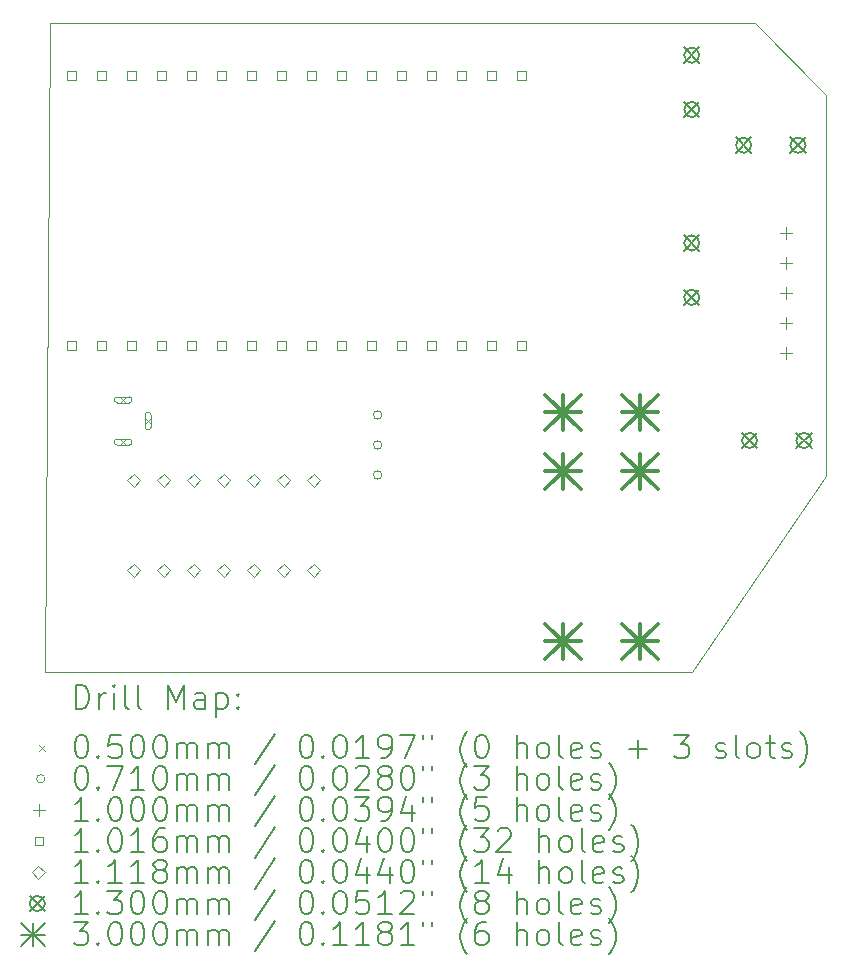
<source format=gbr>
%TF.GenerationSoftware,KiCad,Pcbnew,9.0.6*%
%TF.CreationDate,2025-12-02T12:47:50-05:00*%
%TF.ProjectId,ControlBoard,436f6e74-726f-46c4-926f-6172642e6b69,rev?*%
%TF.SameCoordinates,Original*%
%TF.FileFunction,Drillmap*%
%TF.FilePolarity,Positive*%
%FSLAX45Y45*%
G04 Gerber Fmt 4.5, Leading zero omitted, Abs format (unit mm)*
G04 Created by KiCad (PCBNEW 9.0.6) date 2025-12-02 12:47:50*
%MOMM*%
%LPD*%
G01*
G04 APERTURE LIST*
%ADD10C,0.050000*%
%ADD11C,0.200000*%
%ADD12C,0.100000*%
%ADD13C,0.101600*%
%ADD14C,0.111760*%
%ADD15C,0.130000*%
%ADD16C,0.300000*%
G04 APERTURE END LIST*
D10*
X17809000Y-11323000D02*
X16671000Y-12982000D01*
X17204410Y-7489000D02*
X17809000Y-8103000D01*
X11199000Y-12982000D02*
X11237500Y-7489000D01*
X16671000Y-12982000D02*
X11199000Y-12982000D01*
X17809000Y-8103000D02*
X17809000Y-11323000D01*
X11237500Y-7489000D02*
X17204410Y-7489000D01*
D11*
D12*
X11833000Y-10654000D02*
X11883000Y-10704000D01*
X11883000Y-10654000D02*
X11833000Y-10704000D01*
X11908000Y-10654000D02*
X11808000Y-10654000D01*
X11808000Y-10704000D02*
G75*
G02*
X11808000Y-10654000I0J25000D01*
G01*
X11808000Y-10704000D02*
X11908000Y-10704000D01*
X11908000Y-10704000D02*
G75*
G03*
X11908000Y-10654000I0J25000D01*
G01*
X11833000Y-11014000D02*
X11883000Y-11064000D01*
X11883000Y-11014000D02*
X11833000Y-11064000D01*
X11908000Y-11014000D02*
X11808000Y-11014000D01*
X11808000Y-11064000D02*
G75*
G02*
X11808000Y-11014000I0J25000D01*
G01*
X11808000Y-11064000D02*
X11908000Y-11064000D01*
X11908000Y-11064000D02*
G75*
G03*
X11908000Y-11014000I0J25000D01*
G01*
X12043000Y-10834000D02*
X12093000Y-10884000D01*
X12093000Y-10834000D02*
X12043000Y-10884000D01*
X12043000Y-10809000D02*
X12043000Y-10909000D01*
X12093000Y-10909000D02*
G75*
G02*
X12043000Y-10909000I-25000J0D01*
G01*
X12093000Y-10909000D02*
X12093000Y-10809000D01*
X12093000Y-10809000D02*
G75*
G03*
X12043000Y-10809000I-25000J0D01*
G01*
X14048000Y-10808000D02*
G75*
G02*
X13977000Y-10808000I-35500J0D01*
G01*
X13977000Y-10808000D02*
G75*
G02*
X14048000Y-10808000I35500J0D01*
G01*
X14048000Y-11062000D02*
G75*
G02*
X13977000Y-11062000I-35500J0D01*
G01*
X13977000Y-11062000D02*
G75*
G02*
X14048000Y-11062000I35500J0D01*
G01*
X14048000Y-11316000D02*
G75*
G02*
X13977000Y-11316000I-35500J0D01*
G01*
X13977000Y-11316000D02*
G75*
G02*
X14048000Y-11316000I35500J0D01*
G01*
X17472000Y-9216000D02*
X17472000Y-9316000D01*
X17422000Y-9266000D02*
X17522000Y-9266000D01*
X17472000Y-9470000D02*
X17472000Y-9570000D01*
X17422000Y-9520000D02*
X17522000Y-9520000D01*
X17472000Y-9724000D02*
X17472000Y-9824000D01*
X17422000Y-9774000D02*
X17522000Y-9774000D01*
X17472000Y-9978000D02*
X17472000Y-10078000D01*
X17422000Y-10028000D02*
X17522000Y-10028000D01*
X17472000Y-10232000D02*
X17472000Y-10332000D01*
X17422000Y-10282000D02*
X17522000Y-10282000D01*
D13*
X11455921Y-7968421D02*
X11455921Y-7896579D01*
X11384079Y-7896579D01*
X11384079Y-7968421D01*
X11455921Y-7968421D01*
X11455921Y-10254421D02*
X11455921Y-10182579D01*
X11384079Y-10182579D01*
X11384079Y-10254421D01*
X11455921Y-10254421D01*
X11709921Y-7968421D02*
X11709921Y-7896579D01*
X11638079Y-7896579D01*
X11638079Y-7968421D01*
X11709921Y-7968421D01*
X11709921Y-10254421D02*
X11709921Y-10182579D01*
X11638079Y-10182579D01*
X11638079Y-10254421D01*
X11709921Y-10254421D01*
X11963921Y-7968421D02*
X11963921Y-7896579D01*
X11892079Y-7896579D01*
X11892079Y-7968421D01*
X11963921Y-7968421D01*
X11963921Y-10254421D02*
X11963921Y-10182579D01*
X11892079Y-10182579D01*
X11892079Y-10254421D01*
X11963921Y-10254421D01*
X12217921Y-7968421D02*
X12217921Y-7896579D01*
X12146079Y-7896579D01*
X12146079Y-7968421D01*
X12217921Y-7968421D01*
X12217921Y-10254421D02*
X12217921Y-10182579D01*
X12146079Y-10182579D01*
X12146079Y-10254421D01*
X12217921Y-10254421D01*
X12471921Y-7968421D02*
X12471921Y-7896579D01*
X12400079Y-7896579D01*
X12400079Y-7968421D01*
X12471921Y-7968421D01*
X12471921Y-10254421D02*
X12471921Y-10182579D01*
X12400079Y-10182579D01*
X12400079Y-10254421D01*
X12471921Y-10254421D01*
X12725921Y-7968421D02*
X12725921Y-7896579D01*
X12654079Y-7896579D01*
X12654079Y-7968421D01*
X12725921Y-7968421D01*
X12725921Y-10254421D02*
X12725921Y-10182579D01*
X12654079Y-10182579D01*
X12654079Y-10254421D01*
X12725921Y-10254421D01*
X12979921Y-7968421D02*
X12979921Y-7896579D01*
X12908079Y-7896579D01*
X12908079Y-7968421D01*
X12979921Y-7968421D01*
X12979921Y-10254421D02*
X12979921Y-10182579D01*
X12908079Y-10182579D01*
X12908079Y-10254421D01*
X12979921Y-10254421D01*
X13233921Y-7968421D02*
X13233921Y-7896579D01*
X13162079Y-7896579D01*
X13162079Y-7968421D01*
X13233921Y-7968421D01*
X13233921Y-10254421D02*
X13233921Y-10182579D01*
X13162079Y-10182579D01*
X13162079Y-10254421D01*
X13233921Y-10254421D01*
X13487921Y-7968421D02*
X13487921Y-7896579D01*
X13416079Y-7896579D01*
X13416079Y-7968421D01*
X13487921Y-7968421D01*
X13487921Y-10254421D02*
X13487921Y-10182579D01*
X13416079Y-10182579D01*
X13416079Y-10254421D01*
X13487921Y-10254421D01*
X13741921Y-7968421D02*
X13741921Y-7896579D01*
X13670079Y-7896579D01*
X13670079Y-7968421D01*
X13741921Y-7968421D01*
X13741921Y-10254421D02*
X13741921Y-10182579D01*
X13670079Y-10182579D01*
X13670079Y-10254421D01*
X13741921Y-10254421D01*
X13995921Y-7968421D02*
X13995921Y-7896579D01*
X13924079Y-7896579D01*
X13924079Y-7968421D01*
X13995921Y-7968421D01*
X13995921Y-10254421D02*
X13995921Y-10182579D01*
X13924079Y-10182579D01*
X13924079Y-10254421D01*
X13995921Y-10254421D01*
X14249921Y-7968421D02*
X14249921Y-7896579D01*
X14178079Y-7896579D01*
X14178079Y-7968421D01*
X14249921Y-7968421D01*
X14249921Y-10254421D02*
X14249921Y-10182579D01*
X14178079Y-10182579D01*
X14178079Y-10254421D01*
X14249921Y-10254421D01*
X14503921Y-7968421D02*
X14503921Y-7896579D01*
X14432079Y-7896579D01*
X14432079Y-7968421D01*
X14503921Y-7968421D01*
X14503921Y-10254421D02*
X14503921Y-10182579D01*
X14432079Y-10182579D01*
X14432079Y-10254421D01*
X14503921Y-10254421D01*
X14757921Y-7968421D02*
X14757921Y-7896579D01*
X14686079Y-7896579D01*
X14686079Y-7968421D01*
X14757921Y-7968421D01*
X14757921Y-10254421D02*
X14757921Y-10182579D01*
X14686079Y-10182579D01*
X14686079Y-10254421D01*
X14757921Y-10254421D01*
X15011921Y-7968421D02*
X15011921Y-7896579D01*
X14940079Y-7896579D01*
X14940079Y-7968421D01*
X15011921Y-7968421D01*
X15011921Y-10254421D02*
X15011921Y-10182579D01*
X14940079Y-10182579D01*
X14940079Y-10254421D01*
X15011921Y-10254421D01*
X15265921Y-7968421D02*
X15265921Y-7896579D01*
X15194079Y-7896579D01*
X15194079Y-7968421D01*
X15265921Y-7968421D01*
X15265921Y-10254421D02*
X15265921Y-10182579D01*
X15194079Y-10182579D01*
X15194079Y-10254421D01*
X15265921Y-10254421D01*
D14*
X11947500Y-11417380D02*
X12003380Y-11361500D01*
X11947500Y-11305620D01*
X11891620Y-11361500D01*
X11947500Y-11417380D01*
X11947500Y-12179380D02*
X12003380Y-12123500D01*
X11947500Y-12067620D01*
X11891620Y-12123500D01*
X11947500Y-12179380D01*
X12201500Y-11417380D02*
X12257380Y-11361500D01*
X12201500Y-11305620D01*
X12145620Y-11361500D01*
X12201500Y-11417380D01*
X12201500Y-12179380D02*
X12257380Y-12123500D01*
X12201500Y-12067620D01*
X12145620Y-12123500D01*
X12201500Y-12179380D01*
X12455500Y-11417380D02*
X12511380Y-11361500D01*
X12455500Y-11305620D01*
X12399620Y-11361500D01*
X12455500Y-11417380D01*
X12455500Y-12179380D02*
X12511380Y-12123500D01*
X12455500Y-12067620D01*
X12399620Y-12123500D01*
X12455500Y-12179380D01*
X12709500Y-11417380D02*
X12765380Y-11361500D01*
X12709500Y-11305620D01*
X12653620Y-11361500D01*
X12709500Y-11417380D01*
X12709500Y-12179380D02*
X12765380Y-12123500D01*
X12709500Y-12067620D01*
X12653620Y-12123500D01*
X12709500Y-12179380D01*
X12963500Y-11417380D02*
X13019380Y-11361500D01*
X12963500Y-11305620D01*
X12907620Y-11361500D01*
X12963500Y-11417380D01*
X12963500Y-12179380D02*
X13019380Y-12123500D01*
X12963500Y-12067620D01*
X12907620Y-12123500D01*
X12963500Y-12179380D01*
X13217500Y-11417380D02*
X13273380Y-11361500D01*
X13217500Y-11305620D01*
X13161620Y-11361500D01*
X13217500Y-11417380D01*
X13217500Y-12179380D02*
X13273380Y-12123500D01*
X13217500Y-12067620D01*
X13161620Y-12123500D01*
X13217500Y-12179380D01*
X13471500Y-11417380D02*
X13527380Y-11361500D01*
X13471500Y-11305620D01*
X13415620Y-11361500D01*
X13471500Y-11417380D01*
X13471500Y-12179380D02*
X13527380Y-12123500D01*
X13471500Y-12067620D01*
X13415620Y-12123500D01*
X13471500Y-12179380D01*
D15*
X16608000Y-7697000D02*
X16738000Y-7827000D01*
X16738000Y-7697000D02*
X16608000Y-7827000D01*
X16738000Y-7762000D02*
G75*
G02*
X16608000Y-7762000I-65000J0D01*
G01*
X16608000Y-7762000D02*
G75*
G02*
X16738000Y-7762000I65000J0D01*
G01*
X16608000Y-8157000D02*
X16738000Y-8287000D01*
X16738000Y-8157000D02*
X16608000Y-8287000D01*
X16738000Y-8222000D02*
G75*
G02*
X16608000Y-8222000I-65000J0D01*
G01*
X16608000Y-8222000D02*
G75*
G02*
X16738000Y-8222000I65000J0D01*
G01*
X16608000Y-9287000D02*
X16738000Y-9417000D01*
X16738000Y-9287000D02*
X16608000Y-9417000D01*
X16738000Y-9352000D02*
G75*
G02*
X16608000Y-9352000I-65000J0D01*
G01*
X16608000Y-9352000D02*
G75*
G02*
X16738000Y-9352000I65000J0D01*
G01*
X16608000Y-9747000D02*
X16738000Y-9877000D01*
X16738000Y-9747000D02*
X16608000Y-9877000D01*
X16738000Y-9812000D02*
G75*
G02*
X16608000Y-9812000I-65000J0D01*
G01*
X16608000Y-9812000D02*
G75*
G02*
X16738000Y-9812000I65000J0D01*
G01*
X17047000Y-8459000D02*
X17177000Y-8589000D01*
X17177000Y-8459000D02*
X17047000Y-8589000D01*
X17177000Y-8524000D02*
G75*
G02*
X17047000Y-8524000I-65000J0D01*
G01*
X17047000Y-8524000D02*
G75*
G02*
X17177000Y-8524000I65000J0D01*
G01*
X17097000Y-10959000D02*
X17227000Y-11089000D01*
X17227000Y-10959000D02*
X17097000Y-11089000D01*
X17227000Y-11024000D02*
G75*
G02*
X17097000Y-11024000I-65000J0D01*
G01*
X17097000Y-11024000D02*
G75*
G02*
X17227000Y-11024000I65000J0D01*
G01*
X17507000Y-8459000D02*
X17637000Y-8589000D01*
X17637000Y-8459000D02*
X17507000Y-8589000D01*
X17637000Y-8524000D02*
G75*
G02*
X17507000Y-8524000I-65000J0D01*
G01*
X17507000Y-8524000D02*
G75*
G02*
X17637000Y-8524000I65000J0D01*
G01*
X17557000Y-10959000D02*
X17687000Y-11089000D01*
X17687000Y-10959000D02*
X17557000Y-11089000D01*
X17687000Y-11024000D02*
G75*
G02*
X17557000Y-11024000I-65000J0D01*
G01*
X17557000Y-11024000D02*
G75*
G02*
X17687000Y-11024000I65000J0D01*
G01*
D16*
X15433000Y-10636000D02*
X15733000Y-10936000D01*
X15733000Y-10636000D02*
X15433000Y-10936000D01*
X15583000Y-10636000D02*
X15583000Y-10936000D01*
X15433000Y-10786000D02*
X15733000Y-10786000D01*
X15433000Y-11136000D02*
X15733000Y-11436000D01*
X15733000Y-11136000D02*
X15433000Y-11436000D01*
X15583000Y-11136000D02*
X15583000Y-11436000D01*
X15433000Y-11286000D02*
X15733000Y-11286000D01*
X15433000Y-12575500D02*
X15733000Y-12875500D01*
X15733000Y-12575500D02*
X15433000Y-12875500D01*
X15583000Y-12575500D02*
X15583000Y-12875500D01*
X15433000Y-12725500D02*
X15733000Y-12725500D01*
X16083000Y-10636000D02*
X16383000Y-10936000D01*
X16383000Y-10636000D02*
X16083000Y-10936000D01*
X16233000Y-10636000D02*
X16233000Y-10936000D01*
X16083000Y-10786000D02*
X16383000Y-10786000D01*
X16083000Y-11136000D02*
X16383000Y-11436000D01*
X16383000Y-11136000D02*
X16083000Y-11436000D01*
X16233000Y-11136000D02*
X16233000Y-11436000D01*
X16083000Y-11286000D02*
X16383000Y-11286000D01*
X16083000Y-12575500D02*
X16383000Y-12875500D01*
X16383000Y-12575500D02*
X16083000Y-12875500D01*
X16233000Y-12575500D02*
X16233000Y-12875500D01*
X16083000Y-12725500D02*
X16383000Y-12725500D01*
D11*
X11457277Y-13295984D02*
X11457277Y-13095984D01*
X11457277Y-13095984D02*
X11504896Y-13095984D01*
X11504896Y-13095984D02*
X11533467Y-13105508D01*
X11533467Y-13105508D02*
X11552515Y-13124555D01*
X11552515Y-13124555D02*
X11562039Y-13143603D01*
X11562039Y-13143603D02*
X11571562Y-13181698D01*
X11571562Y-13181698D02*
X11571562Y-13210269D01*
X11571562Y-13210269D02*
X11562039Y-13248365D01*
X11562039Y-13248365D02*
X11552515Y-13267412D01*
X11552515Y-13267412D02*
X11533467Y-13286460D01*
X11533467Y-13286460D02*
X11504896Y-13295984D01*
X11504896Y-13295984D02*
X11457277Y-13295984D01*
X11657277Y-13295984D02*
X11657277Y-13162650D01*
X11657277Y-13200746D02*
X11666801Y-13181698D01*
X11666801Y-13181698D02*
X11676324Y-13172174D01*
X11676324Y-13172174D02*
X11695372Y-13162650D01*
X11695372Y-13162650D02*
X11714420Y-13162650D01*
X11781086Y-13295984D02*
X11781086Y-13162650D01*
X11781086Y-13095984D02*
X11771562Y-13105508D01*
X11771562Y-13105508D02*
X11781086Y-13115031D01*
X11781086Y-13115031D02*
X11790610Y-13105508D01*
X11790610Y-13105508D02*
X11781086Y-13095984D01*
X11781086Y-13095984D02*
X11781086Y-13115031D01*
X11904896Y-13295984D02*
X11885848Y-13286460D01*
X11885848Y-13286460D02*
X11876324Y-13267412D01*
X11876324Y-13267412D02*
X11876324Y-13095984D01*
X12009658Y-13295984D02*
X11990610Y-13286460D01*
X11990610Y-13286460D02*
X11981086Y-13267412D01*
X11981086Y-13267412D02*
X11981086Y-13095984D01*
X12238229Y-13295984D02*
X12238229Y-13095984D01*
X12238229Y-13095984D02*
X12304896Y-13238841D01*
X12304896Y-13238841D02*
X12371562Y-13095984D01*
X12371562Y-13095984D02*
X12371562Y-13295984D01*
X12552515Y-13295984D02*
X12552515Y-13191222D01*
X12552515Y-13191222D02*
X12542991Y-13172174D01*
X12542991Y-13172174D02*
X12523943Y-13162650D01*
X12523943Y-13162650D02*
X12485848Y-13162650D01*
X12485848Y-13162650D02*
X12466801Y-13172174D01*
X12552515Y-13286460D02*
X12533467Y-13295984D01*
X12533467Y-13295984D02*
X12485848Y-13295984D01*
X12485848Y-13295984D02*
X12466801Y-13286460D01*
X12466801Y-13286460D02*
X12457277Y-13267412D01*
X12457277Y-13267412D02*
X12457277Y-13248365D01*
X12457277Y-13248365D02*
X12466801Y-13229317D01*
X12466801Y-13229317D02*
X12485848Y-13219793D01*
X12485848Y-13219793D02*
X12533467Y-13219793D01*
X12533467Y-13219793D02*
X12552515Y-13210269D01*
X12647753Y-13162650D02*
X12647753Y-13362650D01*
X12647753Y-13172174D02*
X12666801Y-13162650D01*
X12666801Y-13162650D02*
X12704896Y-13162650D01*
X12704896Y-13162650D02*
X12723943Y-13172174D01*
X12723943Y-13172174D02*
X12733467Y-13181698D01*
X12733467Y-13181698D02*
X12742991Y-13200746D01*
X12742991Y-13200746D02*
X12742991Y-13257888D01*
X12742991Y-13257888D02*
X12733467Y-13276936D01*
X12733467Y-13276936D02*
X12723943Y-13286460D01*
X12723943Y-13286460D02*
X12704896Y-13295984D01*
X12704896Y-13295984D02*
X12666801Y-13295984D01*
X12666801Y-13295984D02*
X12647753Y-13286460D01*
X12828705Y-13276936D02*
X12838229Y-13286460D01*
X12838229Y-13286460D02*
X12828705Y-13295984D01*
X12828705Y-13295984D02*
X12819182Y-13286460D01*
X12819182Y-13286460D02*
X12828705Y-13276936D01*
X12828705Y-13276936D02*
X12828705Y-13295984D01*
X12828705Y-13172174D02*
X12838229Y-13181698D01*
X12838229Y-13181698D02*
X12828705Y-13191222D01*
X12828705Y-13191222D02*
X12819182Y-13181698D01*
X12819182Y-13181698D02*
X12828705Y-13172174D01*
X12828705Y-13172174D02*
X12828705Y-13191222D01*
D12*
X11146500Y-13599500D02*
X11196500Y-13649500D01*
X11196500Y-13599500D02*
X11146500Y-13649500D01*
D11*
X11495372Y-13515984D02*
X11514420Y-13515984D01*
X11514420Y-13515984D02*
X11533467Y-13525508D01*
X11533467Y-13525508D02*
X11542991Y-13535031D01*
X11542991Y-13535031D02*
X11552515Y-13554079D01*
X11552515Y-13554079D02*
X11562039Y-13592174D01*
X11562039Y-13592174D02*
X11562039Y-13639793D01*
X11562039Y-13639793D02*
X11552515Y-13677888D01*
X11552515Y-13677888D02*
X11542991Y-13696936D01*
X11542991Y-13696936D02*
X11533467Y-13706460D01*
X11533467Y-13706460D02*
X11514420Y-13715984D01*
X11514420Y-13715984D02*
X11495372Y-13715984D01*
X11495372Y-13715984D02*
X11476324Y-13706460D01*
X11476324Y-13706460D02*
X11466801Y-13696936D01*
X11466801Y-13696936D02*
X11457277Y-13677888D01*
X11457277Y-13677888D02*
X11447753Y-13639793D01*
X11447753Y-13639793D02*
X11447753Y-13592174D01*
X11447753Y-13592174D02*
X11457277Y-13554079D01*
X11457277Y-13554079D02*
X11466801Y-13535031D01*
X11466801Y-13535031D02*
X11476324Y-13525508D01*
X11476324Y-13525508D02*
X11495372Y-13515984D01*
X11647753Y-13696936D02*
X11657277Y-13706460D01*
X11657277Y-13706460D02*
X11647753Y-13715984D01*
X11647753Y-13715984D02*
X11638229Y-13706460D01*
X11638229Y-13706460D02*
X11647753Y-13696936D01*
X11647753Y-13696936D02*
X11647753Y-13715984D01*
X11838229Y-13515984D02*
X11742991Y-13515984D01*
X11742991Y-13515984D02*
X11733467Y-13611222D01*
X11733467Y-13611222D02*
X11742991Y-13601698D01*
X11742991Y-13601698D02*
X11762039Y-13592174D01*
X11762039Y-13592174D02*
X11809658Y-13592174D01*
X11809658Y-13592174D02*
X11828705Y-13601698D01*
X11828705Y-13601698D02*
X11838229Y-13611222D01*
X11838229Y-13611222D02*
X11847753Y-13630269D01*
X11847753Y-13630269D02*
X11847753Y-13677888D01*
X11847753Y-13677888D02*
X11838229Y-13696936D01*
X11838229Y-13696936D02*
X11828705Y-13706460D01*
X11828705Y-13706460D02*
X11809658Y-13715984D01*
X11809658Y-13715984D02*
X11762039Y-13715984D01*
X11762039Y-13715984D02*
X11742991Y-13706460D01*
X11742991Y-13706460D02*
X11733467Y-13696936D01*
X11971562Y-13515984D02*
X11990610Y-13515984D01*
X11990610Y-13515984D02*
X12009658Y-13525508D01*
X12009658Y-13525508D02*
X12019182Y-13535031D01*
X12019182Y-13535031D02*
X12028705Y-13554079D01*
X12028705Y-13554079D02*
X12038229Y-13592174D01*
X12038229Y-13592174D02*
X12038229Y-13639793D01*
X12038229Y-13639793D02*
X12028705Y-13677888D01*
X12028705Y-13677888D02*
X12019182Y-13696936D01*
X12019182Y-13696936D02*
X12009658Y-13706460D01*
X12009658Y-13706460D02*
X11990610Y-13715984D01*
X11990610Y-13715984D02*
X11971562Y-13715984D01*
X11971562Y-13715984D02*
X11952515Y-13706460D01*
X11952515Y-13706460D02*
X11942991Y-13696936D01*
X11942991Y-13696936D02*
X11933467Y-13677888D01*
X11933467Y-13677888D02*
X11923943Y-13639793D01*
X11923943Y-13639793D02*
X11923943Y-13592174D01*
X11923943Y-13592174D02*
X11933467Y-13554079D01*
X11933467Y-13554079D02*
X11942991Y-13535031D01*
X11942991Y-13535031D02*
X11952515Y-13525508D01*
X11952515Y-13525508D02*
X11971562Y-13515984D01*
X12162039Y-13515984D02*
X12181086Y-13515984D01*
X12181086Y-13515984D02*
X12200134Y-13525508D01*
X12200134Y-13525508D02*
X12209658Y-13535031D01*
X12209658Y-13535031D02*
X12219182Y-13554079D01*
X12219182Y-13554079D02*
X12228705Y-13592174D01*
X12228705Y-13592174D02*
X12228705Y-13639793D01*
X12228705Y-13639793D02*
X12219182Y-13677888D01*
X12219182Y-13677888D02*
X12209658Y-13696936D01*
X12209658Y-13696936D02*
X12200134Y-13706460D01*
X12200134Y-13706460D02*
X12181086Y-13715984D01*
X12181086Y-13715984D02*
X12162039Y-13715984D01*
X12162039Y-13715984D02*
X12142991Y-13706460D01*
X12142991Y-13706460D02*
X12133467Y-13696936D01*
X12133467Y-13696936D02*
X12123943Y-13677888D01*
X12123943Y-13677888D02*
X12114420Y-13639793D01*
X12114420Y-13639793D02*
X12114420Y-13592174D01*
X12114420Y-13592174D02*
X12123943Y-13554079D01*
X12123943Y-13554079D02*
X12133467Y-13535031D01*
X12133467Y-13535031D02*
X12142991Y-13525508D01*
X12142991Y-13525508D02*
X12162039Y-13515984D01*
X12314420Y-13715984D02*
X12314420Y-13582650D01*
X12314420Y-13601698D02*
X12323943Y-13592174D01*
X12323943Y-13592174D02*
X12342991Y-13582650D01*
X12342991Y-13582650D02*
X12371563Y-13582650D01*
X12371563Y-13582650D02*
X12390610Y-13592174D01*
X12390610Y-13592174D02*
X12400134Y-13611222D01*
X12400134Y-13611222D02*
X12400134Y-13715984D01*
X12400134Y-13611222D02*
X12409658Y-13592174D01*
X12409658Y-13592174D02*
X12428705Y-13582650D01*
X12428705Y-13582650D02*
X12457277Y-13582650D01*
X12457277Y-13582650D02*
X12476324Y-13592174D01*
X12476324Y-13592174D02*
X12485848Y-13611222D01*
X12485848Y-13611222D02*
X12485848Y-13715984D01*
X12581086Y-13715984D02*
X12581086Y-13582650D01*
X12581086Y-13601698D02*
X12590610Y-13592174D01*
X12590610Y-13592174D02*
X12609658Y-13582650D01*
X12609658Y-13582650D02*
X12638229Y-13582650D01*
X12638229Y-13582650D02*
X12657277Y-13592174D01*
X12657277Y-13592174D02*
X12666801Y-13611222D01*
X12666801Y-13611222D02*
X12666801Y-13715984D01*
X12666801Y-13611222D02*
X12676324Y-13592174D01*
X12676324Y-13592174D02*
X12695372Y-13582650D01*
X12695372Y-13582650D02*
X12723943Y-13582650D01*
X12723943Y-13582650D02*
X12742991Y-13592174D01*
X12742991Y-13592174D02*
X12752515Y-13611222D01*
X12752515Y-13611222D02*
X12752515Y-13715984D01*
X13142991Y-13506460D02*
X12971563Y-13763603D01*
X13400134Y-13515984D02*
X13419182Y-13515984D01*
X13419182Y-13515984D02*
X13438229Y-13525508D01*
X13438229Y-13525508D02*
X13447753Y-13535031D01*
X13447753Y-13535031D02*
X13457277Y-13554079D01*
X13457277Y-13554079D02*
X13466801Y-13592174D01*
X13466801Y-13592174D02*
X13466801Y-13639793D01*
X13466801Y-13639793D02*
X13457277Y-13677888D01*
X13457277Y-13677888D02*
X13447753Y-13696936D01*
X13447753Y-13696936D02*
X13438229Y-13706460D01*
X13438229Y-13706460D02*
X13419182Y-13715984D01*
X13419182Y-13715984D02*
X13400134Y-13715984D01*
X13400134Y-13715984D02*
X13381086Y-13706460D01*
X13381086Y-13706460D02*
X13371563Y-13696936D01*
X13371563Y-13696936D02*
X13362039Y-13677888D01*
X13362039Y-13677888D02*
X13352515Y-13639793D01*
X13352515Y-13639793D02*
X13352515Y-13592174D01*
X13352515Y-13592174D02*
X13362039Y-13554079D01*
X13362039Y-13554079D02*
X13371563Y-13535031D01*
X13371563Y-13535031D02*
X13381086Y-13525508D01*
X13381086Y-13525508D02*
X13400134Y-13515984D01*
X13552515Y-13696936D02*
X13562039Y-13706460D01*
X13562039Y-13706460D02*
X13552515Y-13715984D01*
X13552515Y-13715984D02*
X13542991Y-13706460D01*
X13542991Y-13706460D02*
X13552515Y-13696936D01*
X13552515Y-13696936D02*
X13552515Y-13715984D01*
X13685848Y-13515984D02*
X13704896Y-13515984D01*
X13704896Y-13515984D02*
X13723944Y-13525508D01*
X13723944Y-13525508D02*
X13733467Y-13535031D01*
X13733467Y-13535031D02*
X13742991Y-13554079D01*
X13742991Y-13554079D02*
X13752515Y-13592174D01*
X13752515Y-13592174D02*
X13752515Y-13639793D01*
X13752515Y-13639793D02*
X13742991Y-13677888D01*
X13742991Y-13677888D02*
X13733467Y-13696936D01*
X13733467Y-13696936D02*
X13723944Y-13706460D01*
X13723944Y-13706460D02*
X13704896Y-13715984D01*
X13704896Y-13715984D02*
X13685848Y-13715984D01*
X13685848Y-13715984D02*
X13666801Y-13706460D01*
X13666801Y-13706460D02*
X13657277Y-13696936D01*
X13657277Y-13696936D02*
X13647753Y-13677888D01*
X13647753Y-13677888D02*
X13638229Y-13639793D01*
X13638229Y-13639793D02*
X13638229Y-13592174D01*
X13638229Y-13592174D02*
X13647753Y-13554079D01*
X13647753Y-13554079D02*
X13657277Y-13535031D01*
X13657277Y-13535031D02*
X13666801Y-13525508D01*
X13666801Y-13525508D02*
X13685848Y-13515984D01*
X13942991Y-13715984D02*
X13828706Y-13715984D01*
X13885848Y-13715984D02*
X13885848Y-13515984D01*
X13885848Y-13515984D02*
X13866801Y-13544555D01*
X13866801Y-13544555D02*
X13847753Y-13563603D01*
X13847753Y-13563603D02*
X13828706Y-13573127D01*
X14038229Y-13715984D02*
X14076325Y-13715984D01*
X14076325Y-13715984D02*
X14095372Y-13706460D01*
X14095372Y-13706460D02*
X14104896Y-13696936D01*
X14104896Y-13696936D02*
X14123944Y-13668365D01*
X14123944Y-13668365D02*
X14133467Y-13630269D01*
X14133467Y-13630269D02*
X14133467Y-13554079D01*
X14133467Y-13554079D02*
X14123944Y-13535031D01*
X14123944Y-13535031D02*
X14114420Y-13525508D01*
X14114420Y-13525508D02*
X14095372Y-13515984D01*
X14095372Y-13515984D02*
X14057277Y-13515984D01*
X14057277Y-13515984D02*
X14038229Y-13525508D01*
X14038229Y-13525508D02*
X14028706Y-13535031D01*
X14028706Y-13535031D02*
X14019182Y-13554079D01*
X14019182Y-13554079D02*
X14019182Y-13601698D01*
X14019182Y-13601698D02*
X14028706Y-13620746D01*
X14028706Y-13620746D02*
X14038229Y-13630269D01*
X14038229Y-13630269D02*
X14057277Y-13639793D01*
X14057277Y-13639793D02*
X14095372Y-13639793D01*
X14095372Y-13639793D02*
X14114420Y-13630269D01*
X14114420Y-13630269D02*
X14123944Y-13620746D01*
X14123944Y-13620746D02*
X14133467Y-13601698D01*
X14200134Y-13515984D02*
X14333467Y-13515984D01*
X14333467Y-13515984D02*
X14247753Y-13715984D01*
X14400134Y-13515984D02*
X14400134Y-13554079D01*
X14476325Y-13515984D02*
X14476325Y-13554079D01*
X14771563Y-13792174D02*
X14762039Y-13782650D01*
X14762039Y-13782650D02*
X14742991Y-13754079D01*
X14742991Y-13754079D02*
X14733468Y-13735031D01*
X14733468Y-13735031D02*
X14723944Y-13706460D01*
X14723944Y-13706460D02*
X14714420Y-13658841D01*
X14714420Y-13658841D02*
X14714420Y-13620746D01*
X14714420Y-13620746D02*
X14723944Y-13573127D01*
X14723944Y-13573127D02*
X14733468Y-13544555D01*
X14733468Y-13544555D02*
X14742991Y-13525508D01*
X14742991Y-13525508D02*
X14762039Y-13496936D01*
X14762039Y-13496936D02*
X14771563Y-13487412D01*
X14885848Y-13515984D02*
X14904896Y-13515984D01*
X14904896Y-13515984D02*
X14923944Y-13525508D01*
X14923944Y-13525508D02*
X14933468Y-13535031D01*
X14933468Y-13535031D02*
X14942991Y-13554079D01*
X14942991Y-13554079D02*
X14952515Y-13592174D01*
X14952515Y-13592174D02*
X14952515Y-13639793D01*
X14952515Y-13639793D02*
X14942991Y-13677888D01*
X14942991Y-13677888D02*
X14933468Y-13696936D01*
X14933468Y-13696936D02*
X14923944Y-13706460D01*
X14923944Y-13706460D02*
X14904896Y-13715984D01*
X14904896Y-13715984D02*
X14885848Y-13715984D01*
X14885848Y-13715984D02*
X14866801Y-13706460D01*
X14866801Y-13706460D02*
X14857277Y-13696936D01*
X14857277Y-13696936D02*
X14847753Y-13677888D01*
X14847753Y-13677888D02*
X14838229Y-13639793D01*
X14838229Y-13639793D02*
X14838229Y-13592174D01*
X14838229Y-13592174D02*
X14847753Y-13554079D01*
X14847753Y-13554079D02*
X14857277Y-13535031D01*
X14857277Y-13535031D02*
X14866801Y-13525508D01*
X14866801Y-13525508D02*
X14885848Y-13515984D01*
X15190610Y-13715984D02*
X15190610Y-13515984D01*
X15276325Y-13715984D02*
X15276325Y-13611222D01*
X15276325Y-13611222D02*
X15266801Y-13592174D01*
X15266801Y-13592174D02*
X15247753Y-13582650D01*
X15247753Y-13582650D02*
X15219182Y-13582650D01*
X15219182Y-13582650D02*
X15200134Y-13592174D01*
X15200134Y-13592174D02*
X15190610Y-13601698D01*
X15400134Y-13715984D02*
X15381087Y-13706460D01*
X15381087Y-13706460D02*
X15371563Y-13696936D01*
X15371563Y-13696936D02*
X15362039Y-13677888D01*
X15362039Y-13677888D02*
X15362039Y-13620746D01*
X15362039Y-13620746D02*
X15371563Y-13601698D01*
X15371563Y-13601698D02*
X15381087Y-13592174D01*
X15381087Y-13592174D02*
X15400134Y-13582650D01*
X15400134Y-13582650D02*
X15428706Y-13582650D01*
X15428706Y-13582650D02*
X15447753Y-13592174D01*
X15447753Y-13592174D02*
X15457277Y-13601698D01*
X15457277Y-13601698D02*
X15466801Y-13620746D01*
X15466801Y-13620746D02*
X15466801Y-13677888D01*
X15466801Y-13677888D02*
X15457277Y-13696936D01*
X15457277Y-13696936D02*
X15447753Y-13706460D01*
X15447753Y-13706460D02*
X15428706Y-13715984D01*
X15428706Y-13715984D02*
X15400134Y-13715984D01*
X15581087Y-13715984D02*
X15562039Y-13706460D01*
X15562039Y-13706460D02*
X15552515Y-13687412D01*
X15552515Y-13687412D02*
X15552515Y-13515984D01*
X15733468Y-13706460D02*
X15714420Y-13715984D01*
X15714420Y-13715984D02*
X15676325Y-13715984D01*
X15676325Y-13715984D02*
X15657277Y-13706460D01*
X15657277Y-13706460D02*
X15647753Y-13687412D01*
X15647753Y-13687412D02*
X15647753Y-13611222D01*
X15647753Y-13611222D02*
X15657277Y-13592174D01*
X15657277Y-13592174D02*
X15676325Y-13582650D01*
X15676325Y-13582650D02*
X15714420Y-13582650D01*
X15714420Y-13582650D02*
X15733468Y-13592174D01*
X15733468Y-13592174D02*
X15742991Y-13611222D01*
X15742991Y-13611222D02*
X15742991Y-13630269D01*
X15742991Y-13630269D02*
X15647753Y-13649317D01*
X15819182Y-13706460D02*
X15838230Y-13715984D01*
X15838230Y-13715984D02*
X15876325Y-13715984D01*
X15876325Y-13715984D02*
X15895372Y-13706460D01*
X15895372Y-13706460D02*
X15904896Y-13687412D01*
X15904896Y-13687412D02*
X15904896Y-13677888D01*
X15904896Y-13677888D02*
X15895372Y-13658841D01*
X15895372Y-13658841D02*
X15876325Y-13649317D01*
X15876325Y-13649317D02*
X15847753Y-13649317D01*
X15847753Y-13649317D02*
X15828706Y-13639793D01*
X15828706Y-13639793D02*
X15819182Y-13620746D01*
X15819182Y-13620746D02*
X15819182Y-13611222D01*
X15819182Y-13611222D02*
X15828706Y-13592174D01*
X15828706Y-13592174D02*
X15847753Y-13582650D01*
X15847753Y-13582650D02*
X15876325Y-13582650D01*
X15876325Y-13582650D02*
X15895372Y-13592174D01*
X16142992Y-13639793D02*
X16295373Y-13639793D01*
X16219182Y-13715984D02*
X16219182Y-13563603D01*
X16523944Y-13515984D02*
X16647753Y-13515984D01*
X16647753Y-13515984D02*
X16581087Y-13592174D01*
X16581087Y-13592174D02*
X16609658Y-13592174D01*
X16609658Y-13592174D02*
X16628706Y-13601698D01*
X16628706Y-13601698D02*
X16638230Y-13611222D01*
X16638230Y-13611222D02*
X16647753Y-13630269D01*
X16647753Y-13630269D02*
X16647753Y-13677888D01*
X16647753Y-13677888D02*
X16638230Y-13696936D01*
X16638230Y-13696936D02*
X16628706Y-13706460D01*
X16628706Y-13706460D02*
X16609658Y-13715984D01*
X16609658Y-13715984D02*
X16552515Y-13715984D01*
X16552515Y-13715984D02*
X16533468Y-13706460D01*
X16533468Y-13706460D02*
X16523944Y-13696936D01*
X16876325Y-13706460D02*
X16895373Y-13715984D01*
X16895373Y-13715984D02*
X16933468Y-13715984D01*
X16933468Y-13715984D02*
X16952516Y-13706460D01*
X16952516Y-13706460D02*
X16962039Y-13687412D01*
X16962039Y-13687412D02*
X16962039Y-13677888D01*
X16962039Y-13677888D02*
X16952516Y-13658841D01*
X16952516Y-13658841D02*
X16933468Y-13649317D01*
X16933468Y-13649317D02*
X16904896Y-13649317D01*
X16904896Y-13649317D02*
X16885849Y-13639793D01*
X16885849Y-13639793D02*
X16876325Y-13620746D01*
X16876325Y-13620746D02*
X16876325Y-13611222D01*
X16876325Y-13611222D02*
X16885849Y-13592174D01*
X16885849Y-13592174D02*
X16904896Y-13582650D01*
X16904896Y-13582650D02*
X16933468Y-13582650D01*
X16933468Y-13582650D02*
X16952516Y-13592174D01*
X17076325Y-13715984D02*
X17057277Y-13706460D01*
X17057277Y-13706460D02*
X17047754Y-13687412D01*
X17047754Y-13687412D02*
X17047754Y-13515984D01*
X17181087Y-13715984D02*
X17162039Y-13706460D01*
X17162039Y-13706460D02*
X17152516Y-13696936D01*
X17152516Y-13696936D02*
X17142992Y-13677888D01*
X17142992Y-13677888D02*
X17142992Y-13620746D01*
X17142992Y-13620746D02*
X17152516Y-13601698D01*
X17152516Y-13601698D02*
X17162039Y-13592174D01*
X17162039Y-13592174D02*
X17181087Y-13582650D01*
X17181087Y-13582650D02*
X17209658Y-13582650D01*
X17209658Y-13582650D02*
X17228706Y-13592174D01*
X17228706Y-13592174D02*
X17238230Y-13601698D01*
X17238230Y-13601698D02*
X17247754Y-13620746D01*
X17247754Y-13620746D02*
X17247754Y-13677888D01*
X17247754Y-13677888D02*
X17238230Y-13696936D01*
X17238230Y-13696936D02*
X17228706Y-13706460D01*
X17228706Y-13706460D02*
X17209658Y-13715984D01*
X17209658Y-13715984D02*
X17181087Y-13715984D01*
X17304897Y-13582650D02*
X17381087Y-13582650D01*
X17333468Y-13515984D02*
X17333468Y-13687412D01*
X17333468Y-13687412D02*
X17342992Y-13706460D01*
X17342992Y-13706460D02*
X17362039Y-13715984D01*
X17362039Y-13715984D02*
X17381087Y-13715984D01*
X17438230Y-13706460D02*
X17457277Y-13715984D01*
X17457277Y-13715984D02*
X17495373Y-13715984D01*
X17495373Y-13715984D02*
X17514420Y-13706460D01*
X17514420Y-13706460D02*
X17523944Y-13687412D01*
X17523944Y-13687412D02*
X17523944Y-13677888D01*
X17523944Y-13677888D02*
X17514420Y-13658841D01*
X17514420Y-13658841D02*
X17495373Y-13649317D01*
X17495373Y-13649317D02*
X17466801Y-13649317D01*
X17466801Y-13649317D02*
X17447754Y-13639793D01*
X17447754Y-13639793D02*
X17438230Y-13620746D01*
X17438230Y-13620746D02*
X17438230Y-13611222D01*
X17438230Y-13611222D02*
X17447754Y-13592174D01*
X17447754Y-13592174D02*
X17466801Y-13582650D01*
X17466801Y-13582650D02*
X17495373Y-13582650D01*
X17495373Y-13582650D02*
X17514420Y-13592174D01*
X17590611Y-13792174D02*
X17600135Y-13782650D01*
X17600135Y-13782650D02*
X17619182Y-13754079D01*
X17619182Y-13754079D02*
X17628706Y-13735031D01*
X17628706Y-13735031D02*
X17638230Y-13706460D01*
X17638230Y-13706460D02*
X17647754Y-13658841D01*
X17647754Y-13658841D02*
X17647754Y-13620746D01*
X17647754Y-13620746D02*
X17638230Y-13573127D01*
X17638230Y-13573127D02*
X17628706Y-13544555D01*
X17628706Y-13544555D02*
X17619182Y-13525508D01*
X17619182Y-13525508D02*
X17600135Y-13496936D01*
X17600135Y-13496936D02*
X17590611Y-13487412D01*
D12*
X11196500Y-13888500D02*
G75*
G02*
X11125500Y-13888500I-35500J0D01*
G01*
X11125500Y-13888500D02*
G75*
G02*
X11196500Y-13888500I35500J0D01*
G01*
D11*
X11495372Y-13779984D02*
X11514420Y-13779984D01*
X11514420Y-13779984D02*
X11533467Y-13789508D01*
X11533467Y-13789508D02*
X11542991Y-13799031D01*
X11542991Y-13799031D02*
X11552515Y-13818079D01*
X11552515Y-13818079D02*
X11562039Y-13856174D01*
X11562039Y-13856174D02*
X11562039Y-13903793D01*
X11562039Y-13903793D02*
X11552515Y-13941888D01*
X11552515Y-13941888D02*
X11542991Y-13960936D01*
X11542991Y-13960936D02*
X11533467Y-13970460D01*
X11533467Y-13970460D02*
X11514420Y-13979984D01*
X11514420Y-13979984D02*
X11495372Y-13979984D01*
X11495372Y-13979984D02*
X11476324Y-13970460D01*
X11476324Y-13970460D02*
X11466801Y-13960936D01*
X11466801Y-13960936D02*
X11457277Y-13941888D01*
X11457277Y-13941888D02*
X11447753Y-13903793D01*
X11447753Y-13903793D02*
X11447753Y-13856174D01*
X11447753Y-13856174D02*
X11457277Y-13818079D01*
X11457277Y-13818079D02*
X11466801Y-13799031D01*
X11466801Y-13799031D02*
X11476324Y-13789508D01*
X11476324Y-13789508D02*
X11495372Y-13779984D01*
X11647753Y-13960936D02*
X11657277Y-13970460D01*
X11657277Y-13970460D02*
X11647753Y-13979984D01*
X11647753Y-13979984D02*
X11638229Y-13970460D01*
X11638229Y-13970460D02*
X11647753Y-13960936D01*
X11647753Y-13960936D02*
X11647753Y-13979984D01*
X11723943Y-13779984D02*
X11857277Y-13779984D01*
X11857277Y-13779984D02*
X11771562Y-13979984D01*
X12038229Y-13979984D02*
X11923943Y-13979984D01*
X11981086Y-13979984D02*
X11981086Y-13779984D01*
X11981086Y-13779984D02*
X11962039Y-13808555D01*
X11962039Y-13808555D02*
X11942991Y-13827603D01*
X11942991Y-13827603D02*
X11923943Y-13837127D01*
X12162039Y-13779984D02*
X12181086Y-13779984D01*
X12181086Y-13779984D02*
X12200134Y-13789508D01*
X12200134Y-13789508D02*
X12209658Y-13799031D01*
X12209658Y-13799031D02*
X12219182Y-13818079D01*
X12219182Y-13818079D02*
X12228705Y-13856174D01*
X12228705Y-13856174D02*
X12228705Y-13903793D01*
X12228705Y-13903793D02*
X12219182Y-13941888D01*
X12219182Y-13941888D02*
X12209658Y-13960936D01*
X12209658Y-13960936D02*
X12200134Y-13970460D01*
X12200134Y-13970460D02*
X12181086Y-13979984D01*
X12181086Y-13979984D02*
X12162039Y-13979984D01*
X12162039Y-13979984D02*
X12142991Y-13970460D01*
X12142991Y-13970460D02*
X12133467Y-13960936D01*
X12133467Y-13960936D02*
X12123943Y-13941888D01*
X12123943Y-13941888D02*
X12114420Y-13903793D01*
X12114420Y-13903793D02*
X12114420Y-13856174D01*
X12114420Y-13856174D02*
X12123943Y-13818079D01*
X12123943Y-13818079D02*
X12133467Y-13799031D01*
X12133467Y-13799031D02*
X12142991Y-13789508D01*
X12142991Y-13789508D02*
X12162039Y-13779984D01*
X12314420Y-13979984D02*
X12314420Y-13846650D01*
X12314420Y-13865698D02*
X12323943Y-13856174D01*
X12323943Y-13856174D02*
X12342991Y-13846650D01*
X12342991Y-13846650D02*
X12371563Y-13846650D01*
X12371563Y-13846650D02*
X12390610Y-13856174D01*
X12390610Y-13856174D02*
X12400134Y-13875222D01*
X12400134Y-13875222D02*
X12400134Y-13979984D01*
X12400134Y-13875222D02*
X12409658Y-13856174D01*
X12409658Y-13856174D02*
X12428705Y-13846650D01*
X12428705Y-13846650D02*
X12457277Y-13846650D01*
X12457277Y-13846650D02*
X12476324Y-13856174D01*
X12476324Y-13856174D02*
X12485848Y-13875222D01*
X12485848Y-13875222D02*
X12485848Y-13979984D01*
X12581086Y-13979984D02*
X12581086Y-13846650D01*
X12581086Y-13865698D02*
X12590610Y-13856174D01*
X12590610Y-13856174D02*
X12609658Y-13846650D01*
X12609658Y-13846650D02*
X12638229Y-13846650D01*
X12638229Y-13846650D02*
X12657277Y-13856174D01*
X12657277Y-13856174D02*
X12666801Y-13875222D01*
X12666801Y-13875222D02*
X12666801Y-13979984D01*
X12666801Y-13875222D02*
X12676324Y-13856174D01*
X12676324Y-13856174D02*
X12695372Y-13846650D01*
X12695372Y-13846650D02*
X12723943Y-13846650D01*
X12723943Y-13846650D02*
X12742991Y-13856174D01*
X12742991Y-13856174D02*
X12752515Y-13875222D01*
X12752515Y-13875222D02*
X12752515Y-13979984D01*
X13142991Y-13770460D02*
X12971563Y-14027603D01*
X13400134Y-13779984D02*
X13419182Y-13779984D01*
X13419182Y-13779984D02*
X13438229Y-13789508D01*
X13438229Y-13789508D02*
X13447753Y-13799031D01*
X13447753Y-13799031D02*
X13457277Y-13818079D01*
X13457277Y-13818079D02*
X13466801Y-13856174D01*
X13466801Y-13856174D02*
X13466801Y-13903793D01*
X13466801Y-13903793D02*
X13457277Y-13941888D01*
X13457277Y-13941888D02*
X13447753Y-13960936D01*
X13447753Y-13960936D02*
X13438229Y-13970460D01*
X13438229Y-13970460D02*
X13419182Y-13979984D01*
X13419182Y-13979984D02*
X13400134Y-13979984D01*
X13400134Y-13979984D02*
X13381086Y-13970460D01*
X13381086Y-13970460D02*
X13371563Y-13960936D01*
X13371563Y-13960936D02*
X13362039Y-13941888D01*
X13362039Y-13941888D02*
X13352515Y-13903793D01*
X13352515Y-13903793D02*
X13352515Y-13856174D01*
X13352515Y-13856174D02*
X13362039Y-13818079D01*
X13362039Y-13818079D02*
X13371563Y-13799031D01*
X13371563Y-13799031D02*
X13381086Y-13789508D01*
X13381086Y-13789508D02*
X13400134Y-13779984D01*
X13552515Y-13960936D02*
X13562039Y-13970460D01*
X13562039Y-13970460D02*
X13552515Y-13979984D01*
X13552515Y-13979984D02*
X13542991Y-13970460D01*
X13542991Y-13970460D02*
X13552515Y-13960936D01*
X13552515Y-13960936D02*
X13552515Y-13979984D01*
X13685848Y-13779984D02*
X13704896Y-13779984D01*
X13704896Y-13779984D02*
X13723944Y-13789508D01*
X13723944Y-13789508D02*
X13733467Y-13799031D01*
X13733467Y-13799031D02*
X13742991Y-13818079D01*
X13742991Y-13818079D02*
X13752515Y-13856174D01*
X13752515Y-13856174D02*
X13752515Y-13903793D01*
X13752515Y-13903793D02*
X13742991Y-13941888D01*
X13742991Y-13941888D02*
X13733467Y-13960936D01*
X13733467Y-13960936D02*
X13723944Y-13970460D01*
X13723944Y-13970460D02*
X13704896Y-13979984D01*
X13704896Y-13979984D02*
X13685848Y-13979984D01*
X13685848Y-13979984D02*
X13666801Y-13970460D01*
X13666801Y-13970460D02*
X13657277Y-13960936D01*
X13657277Y-13960936D02*
X13647753Y-13941888D01*
X13647753Y-13941888D02*
X13638229Y-13903793D01*
X13638229Y-13903793D02*
X13638229Y-13856174D01*
X13638229Y-13856174D02*
X13647753Y-13818079D01*
X13647753Y-13818079D02*
X13657277Y-13799031D01*
X13657277Y-13799031D02*
X13666801Y-13789508D01*
X13666801Y-13789508D02*
X13685848Y-13779984D01*
X13828706Y-13799031D02*
X13838229Y-13789508D01*
X13838229Y-13789508D02*
X13857277Y-13779984D01*
X13857277Y-13779984D02*
X13904896Y-13779984D01*
X13904896Y-13779984D02*
X13923944Y-13789508D01*
X13923944Y-13789508D02*
X13933467Y-13799031D01*
X13933467Y-13799031D02*
X13942991Y-13818079D01*
X13942991Y-13818079D02*
X13942991Y-13837127D01*
X13942991Y-13837127D02*
X13933467Y-13865698D01*
X13933467Y-13865698D02*
X13819182Y-13979984D01*
X13819182Y-13979984D02*
X13942991Y-13979984D01*
X14057277Y-13865698D02*
X14038229Y-13856174D01*
X14038229Y-13856174D02*
X14028706Y-13846650D01*
X14028706Y-13846650D02*
X14019182Y-13827603D01*
X14019182Y-13827603D02*
X14019182Y-13818079D01*
X14019182Y-13818079D02*
X14028706Y-13799031D01*
X14028706Y-13799031D02*
X14038229Y-13789508D01*
X14038229Y-13789508D02*
X14057277Y-13779984D01*
X14057277Y-13779984D02*
X14095372Y-13779984D01*
X14095372Y-13779984D02*
X14114420Y-13789508D01*
X14114420Y-13789508D02*
X14123944Y-13799031D01*
X14123944Y-13799031D02*
X14133467Y-13818079D01*
X14133467Y-13818079D02*
X14133467Y-13827603D01*
X14133467Y-13827603D02*
X14123944Y-13846650D01*
X14123944Y-13846650D02*
X14114420Y-13856174D01*
X14114420Y-13856174D02*
X14095372Y-13865698D01*
X14095372Y-13865698D02*
X14057277Y-13865698D01*
X14057277Y-13865698D02*
X14038229Y-13875222D01*
X14038229Y-13875222D02*
X14028706Y-13884746D01*
X14028706Y-13884746D02*
X14019182Y-13903793D01*
X14019182Y-13903793D02*
X14019182Y-13941888D01*
X14019182Y-13941888D02*
X14028706Y-13960936D01*
X14028706Y-13960936D02*
X14038229Y-13970460D01*
X14038229Y-13970460D02*
X14057277Y-13979984D01*
X14057277Y-13979984D02*
X14095372Y-13979984D01*
X14095372Y-13979984D02*
X14114420Y-13970460D01*
X14114420Y-13970460D02*
X14123944Y-13960936D01*
X14123944Y-13960936D02*
X14133467Y-13941888D01*
X14133467Y-13941888D02*
X14133467Y-13903793D01*
X14133467Y-13903793D02*
X14123944Y-13884746D01*
X14123944Y-13884746D02*
X14114420Y-13875222D01*
X14114420Y-13875222D02*
X14095372Y-13865698D01*
X14257277Y-13779984D02*
X14276325Y-13779984D01*
X14276325Y-13779984D02*
X14295372Y-13789508D01*
X14295372Y-13789508D02*
X14304896Y-13799031D01*
X14304896Y-13799031D02*
X14314420Y-13818079D01*
X14314420Y-13818079D02*
X14323944Y-13856174D01*
X14323944Y-13856174D02*
X14323944Y-13903793D01*
X14323944Y-13903793D02*
X14314420Y-13941888D01*
X14314420Y-13941888D02*
X14304896Y-13960936D01*
X14304896Y-13960936D02*
X14295372Y-13970460D01*
X14295372Y-13970460D02*
X14276325Y-13979984D01*
X14276325Y-13979984D02*
X14257277Y-13979984D01*
X14257277Y-13979984D02*
X14238229Y-13970460D01*
X14238229Y-13970460D02*
X14228706Y-13960936D01*
X14228706Y-13960936D02*
X14219182Y-13941888D01*
X14219182Y-13941888D02*
X14209658Y-13903793D01*
X14209658Y-13903793D02*
X14209658Y-13856174D01*
X14209658Y-13856174D02*
X14219182Y-13818079D01*
X14219182Y-13818079D02*
X14228706Y-13799031D01*
X14228706Y-13799031D02*
X14238229Y-13789508D01*
X14238229Y-13789508D02*
X14257277Y-13779984D01*
X14400134Y-13779984D02*
X14400134Y-13818079D01*
X14476325Y-13779984D02*
X14476325Y-13818079D01*
X14771563Y-14056174D02*
X14762039Y-14046650D01*
X14762039Y-14046650D02*
X14742991Y-14018079D01*
X14742991Y-14018079D02*
X14733468Y-13999031D01*
X14733468Y-13999031D02*
X14723944Y-13970460D01*
X14723944Y-13970460D02*
X14714420Y-13922841D01*
X14714420Y-13922841D02*
X14714420Y-13884746D01*
X14714420Y-13884746D02*
X14723944Y-13837127D01*
X14723944Y-13837127D02*
X14733468Y-13808555D01*
X14733468Y-13808555D02*
X14742991Y-13789508D01*
X14742991Y-13789508D02*
X14762039Y-13760936D01*
X14762039Y-13760936D02*
X14771563Y-13751412D01*
X14828706Y-13779984D02*
X14952515Y-13779984D01*
X14952515Y-13779984D02*
X14885848Y-13856174D01*
X14885848Y-13856174D02*
X14914420Y-13856174D01*
X14914420Y-13856174D02*
X14933468Y-13865698D01*
X14933468Y-13865698D02*
X14942991Y-13875222D01*
X14942991Y-13875222D02*
X14952515Y-13894269D01*
X14952515Y-13894269D02*
X14952515Y-13941888D01*
X14952515Y-13941888D02*
X14942991Y-13960936D01*
X14942991Y-13960936D02*
X14933468Y-13970460D01*
X14933468Y-13970460D02*
X14914420Y-13979984D01*
X14914420Y-13979984D02*
X14857277Y-13979984D01*
X14857277Y-13979984D02*
X14838229Y-13970460D01*
X14838229Y-13970460D02*
X14828706Y-13960936D01*
X15190610Y-13979984D02*
X15190610Y-13779984D01*
X15276325Y-13979984D02*
X15276325Y-13875222D01*
X15276325Y-13875222D02*
X15266801Y-13856174D01*
X15266801Y-13856174D02*
X15247753Y-13846650D01*
X15247753Y-13846650D02*
X15219182Y-13846650D01*
X15219182Y-13846650D02*
X15200134Y-13856174D01*
X15200134Y-13856174D02*
X15190610Y-13865698D01*
X15400134Y-13979984D02*
X15381087Y-13970460D01*
X15381087Y-13970460D02*
X15371563Y-13960936D01*
X15371563Y-13960936D02*
X15362039Y-13941888D01*
X15362039Y-13941888D02*
X15362039Y-13884746D01*
X15362039Y-13884746D02*
X15371563Y-13865698D01*
X15371563Y-13865698D02*
X15381087Y-13856174D01*
X15381087Y-13856174D02*
X15400134Y-13846650D01*
X15400134Y-13846650D02*
X15428706Y-13846650D01*
X15428706Y-13846650D02*
X15447753Y-13856174D01*
X15447753Y-13856174D02*
X15457277Y-13865698D01*
X15457277Y-13865698D02*
X15466801Y-13884746D01*
X15466801Y-13884746D02*
X15466801Y-13941888D01*
X15466801Y-13941888D02*
X15457277Y-13960936D01*
X15457277Y-13960936D02*
X15447753Y-13970460D01*
X15447753Y-13970460D02*
X15428706Y-13979984D01*
X15428706Y-13979984D02*
X15400134Y-13979984D01*
X15581087Y-13979984D02*
X15562039Y-13970460D01*
X15562039Y-13970460D02*
X15552515Y-13951412D01*
X15552515Y-13951412D02*
X15552515Y-13779984D01*
X15733468Y-13970460D02*
X15714420Y-13979984D01*
X15714420Y-13979984D02*
X15676325Y-13979984D01*
X15676325Y-13979984D02*
X15657277Y-13970460D01*
X15657277Y-13970460D02*
X15647753Y-13951412D01*
X15647753Y-13951412D02*
X15647753Y-13875222D01*
X15647753Y-13875222D02*
X15657277Y-13856174D01*
X15657277Y-13856174D02*
X15676325Y-13846650D01*
X15676325Y-13846650D02*
X15714420Y-13846650D01*
X15714420Y-13846650D02*
X15733468Y-13856174D01*
X15733468Y-13856174D02*
X15742991Y-13875222D01*
X15742991Y-13875222D02*
X15742991Y-13894269D01*
X15742991Y-13894269D02*
X15647753Y-13913317D01*
X15819182Y-13970460D02*
X15838230Y-13979984D01*
X15838230Y-13979984D02*
X15876325Y-13979984D01*
X15876325Y-13979984D02*
X15895372Y-13970460D01*
X15895372Y-13970460D02*
X15904896Y-13951412D01*
X15904896Y-13951412D02*
X15904896Y-13941888D01*
X15904896Y-13941888D02*
X15895372Y-13922841D01*
X15895372Y-13922841D02*
X15876325Y-13913317D01*
X15876325Y-13913317D02*
X15847753Y-13913317D01*
X15847753Y-13913317D02*
X15828706Y-13903793D01*
X15828706Y-13903793D02*
X15819182Y-13884746D01*
X15819182Y-13884746D02*
X15819182Y-13875222D01*
X15819182Y-13875222D02*
X15828706Y-13856174D01*
X15828706Y-13856174D02*
X15847753Y-13846650D01*
X15847753Y-13846650D02*
X15876325Y-13846650D01*
X15876325Y-13846650D02*
X15895372Y-13856174D01*
X15971563Y-14056174D02*
X15981087Y-14046650D01*
X15981087Y-14046650D02*
X16000134Y-14018079D01*
X16000134Y-14018079D02*
X16009658Y-13999031D01*
X16009658Y-13999031D02*
X16019182Y-13970460D01*
X16019182Y-13970460D02*
X16028706Y-13922841D01*
X16028706Y-13922841D02*
X16028706Y-13884746D01*
X16028706Y-13884746D02*
X16019182Y-13837127D01*
X16019182Y-13837127D02*
X16009658Y-13808555D01*
X16009658Y-13808555D02*
X16000134Y-13789508D01*
X16000134Y-13789508D02*
X15981087Y-13760936D01*
X15981087Y-13760936D02*
X15971563Y-13751412D01*
D12*
X11146500Y-14102500D02*
X11146500Y-14202500D01*
X11096500Y-14152500D02*
X11196500Y-14152500D01*
D11*
X11562039Y-14243984D02*
X11447753Y-14243984D01*
X11504896Y-14243984D02*
X11504896Y-14043984D01*
X11504896Y-14043984D02*
X11485848Y-14072555D01*
X11485848Y-14072555D02*
X11466801Y-14091603D01*
X11466801Y-14091603D02*
X11447753Y-14101127D01*
X11647753Y-14224936D02*
X11657277Y-14234460D01*
X11657277Y-14234460D02*
X11647753Y-14243984D01*
X11647753Y-14243984D02*
X11638229Y-14234460D01*
X11638229Y-14234460D02*
X11647753Y-14224936D01*
X11647753Y-14224936D02*
X11647753Y-14243984D01*
X11781086Y-14043984D02*
X11800134Y-14043984D01*
X11800134Y-14043984D02*
X11819182Y-14053508D01*
X11819182Y-14053508D02*
X11828705Y-14063031D01*
X11828705Y-14063031D02*
X11838229Y-14082079D01*
X11838229Y-14082079D02*
X11847753Y-14120174D01*
X11847753Y-14120174D02*
X11847753Y-14167793D01*
X11847753Y-14167793D02*
X11838229Y-14205888D01*
X11838229Y-14205888D02*
X11828705Y-14224936D01*
X11828705Y-14224936D02*
X11819182Y-14234460D01*
X11819182Y-14234460D02*
X11800134Y-14243984D01*
X11800134Y-14243984D02*
X11781086Y-14243984D01*
X11781086Y-14243984D02*
X11762039Y-14234460D01*
X11762039Y-14234460D02*
X11752515Y-14224936D01*
X11752515Y-14224936D02*
X11742991Y-14205888D01*
X11742991Y-14205888D02*
X11733467Y-14167793D01*
X11733467Y-14167793D02*
X11733467Y-14120174D01*
X11733467Y-14120174D02*
X11742991Y-14082079D01*
X11742991Y-14082079D02*
X11752515Y-14063031D01*
X11752515Y-14063031D02*
X11762039Y-14053508D01*
X11762039Y-14053508D02*
X11781086Y-14043984D01*
X11971562Y-14043984D02*
X11990610Y-14043984D01*
X11990610Y-14043984D02*
X12009658Y-14053508D01*
X12009658Y-14053508D02*
X12019182Y-14063031D01*
X12019182Y-14063031D02*
X12028705Y-14082079D01*
X12028705Y-14082079D02*
X12038229Y-14120174D01*
X12038229Y-14120174D02*
X12038229Y-14167793D01*
X12038229Y-14167793D02*
X12028705Y-14205888D01*
X12028705Y-14205888D02*
X12019182Y-14224936D01*
X12019182Y-14224936D02*
X12009658Y-14234460D01*
X12009658Y-14234460D02*
X11990610Y-14243984D01*
X11990610Y-14243984D02*
X11971562Y-14243984D01*
X11971562Y-14243984D02*
X11952515Y-14234460D01*
X11952515Y-14234460D02*
X11942991Y-14224936D01*
X11942991Y-14224936D02*
X11933467Y-14205888D01*
X11933467Y-14205888D02*
X11923943Y-14167793D01*
X11923943Y-14167793D02*
X11923943Y-14120174D01*
X11923943Y-14120174D02*
X11933467Y-14082079D01*
X11933467Y-14082079D02*
X11942991Y-14063031D01*
X11942991Y-14063031D02*
X11952515Y-14053508D01*
X11952515Y-14053508D02*
X11971562Y-14043984D01*
X12162039Y-14043984D02*
X12181086Y-14043984D01*
X12181086Y-14043984D02*
X12200134Y-14053508D01*
X12200134Y-14053508D02*
X12209658Y-14063031D01*
X12209658Y-14063031D02*
X12219182Y-14082079D01*
X12219182Y-14082079D02*
X12228705Y-14120174D01*
X12228705Y-14120174D02*
X12228705Y-14167793D01*
X12228705Y-14167793D02*
X12219182Y-14205888D01*
X12219182Y-14205888D02*
X12209658Y-14224936D01*
X12209658Y-14224936D02*
X12200134Y-14234460D01*
X12200134Y-14234460D02*
X12181086Y-14243984D01*
X12181086Y-14243984D02*
X12162039Y-14243984D01*
X12162039Y-14243984D02*
X12142991Y-14234460D01*
X12142991Y-14234460D02*
X12133467Y-14224936D01*
X12133467Y-14224936D02*
X12123943Y-14205888D01*
X12123943Y-14205888D02*
X12114420Y-14167793D01*
X12114420Y-14167793D02*
X12114420Y-14120174D01*
X12114420Y-14120174D02*
X12123943Y-14082079D01*
X12123943Y-14082079D02*
X12133467Y-14063031D01*
X12133467Y-14063031D02*
X12142991Y-14053508D01*
X12142991Y-14053508D02*
X12162039Y-14043984D01*
X12314420Y-14243984D02*
X12314420Y-14110650D01*
X12314420Y-14129698D02*
X12323943Y-14120174D01*
X12323943Y-14120174D02*
X12342991Y-14110650D01*
X12342991Y-14110650D02*
X12371563Y-14110650D01*
X12371563Y-14110650D02*
X12390610Y-14120174D01*
X12390610Y-14120174D02*
X12400134Y-14139222D01*
X12400134Y-14139222D02*
X12400134Y-14243984D01*
X12400134Y-14139222D02*
X12409658Y-14120174D01*
X12409658Y-14120174D02*
X12428705Y-14110650D01*
X12428705Y-14110650D02*
X12457277Y-14110650D01*
X12457277Y-14110650D02*
X12476324Y-14120174D01*
X12476324Y-14120174D02*
X12485848Y-14139222D01*
X12485848Y-14139222D02*
X12485848Y-14243984D01*
X12581086Y-14243984D02*
X12581086Y-14110650D01*
X12581086Y-14129698D02*
X12590610Y-14120174D01*
X12590610Y-14120174D02*
X12609658Y-14110650D01*
X12609658Y-14110650D02*
X12638229Y-14110650D01*
X12638229Y-14110650D02*
X12657277Y-14120174D01*
X12657277Y-14120174D02*
X12666801Y-14139222D01*
X12666801Y-14139222D02*
X12666801Y-14243984D01*
X12666801Y-14139222D02*
X12676324Y-14120174D01*
X12676324Y-14120174D02*
X12695372Y-14110650D01*
X12695372Y-14110650D02*
X12723943Y-14110650D01*
X12723943Y-14110650D02*
X12742991Y-14120174D01*
X12742991Y-14120174D02*
X12752515Y-14139222D01*
X12752515Y-14139222D02*
X12752515Y-14243984D01*
X13142991Y-14034460D02*
X12971563Y-14291603D01*
X13400134Y-14043984D02*
X13419182Y-14043984D01*
X13419182Y-14043984D02*
X13438229Y-14053508D01*
X13438229Y-14053508D02*
X13447753Y-14063031D01*
X13447753Y-14063031D02*
X13457277Y-14082079D01*
X13457277Y-14082079D02*
X13466801Y-14120174D01*
X13466801Y-14120174D02*
X13466801Y-14167793D01*
X13466801Y-14167793D02*
X13457277Y-14205888D01*
X13457277Y-14205888D02*
X13447753Y-14224936D01*
X13447753Y-14224936D02*
X13438229Y-14234460D01*
X13438229Y-14234460D02*
X13419182Y-14243984D01*
X13419182Y-14243984D02*
X13400134Y-14243984D01*
X13400134Y-14243984D02*
X13381086Y-14234460D01*
X13381086Y-14234460D02*
X13371563Y-14224936D01*
X13371563Y-14224936D02*
X13362039Y-14205888D01*
X13362039Y-14205888D02*
X13352515Y-14167793D01*
X13352515Y-14167793D02*
X13352515Y-14120174D01*
X13352515Y-14120174D02*
X13362039Y-14082079D01*
X13362039Y-14082079D02*
X13371563Y-14063031D01*
X13371563Y-14063031D02*
X13381086Y-14053508D01*
X13381086Y-14053508D02*
X13400134Y-14043984D01*
X13552515Y-14224936D02*
X13562039Y-14234460D01*
X13562039Y-14234460D02*
X13552515Y-14243984D01*
X13552515Y-14243984D02*
X13542991Y-14234460D01*
X13542991Y-14234460D02*
X13552515Y-14224936D01*
X13552515Y-14224936D02*
X13552515Y-14243984D01*
X13685848Y-14043984D02*
X13704896Y-14043984D01*
X13704896Y-14043984D02*
X13723944Y-14053508D01*
X13723944Y-14053508D02*
X13733467Y-14063031D01*
X13733467Y-14063031D02*
X13742991Y-14082079D01*
X13742991Y-14082079D02*
X13752515Y-14120174D01*
X13752515Y-14120174D02*
X13752515Y-14167793D01*
X13752515Y-14167793D02*
X13742991Y-14205888D01*
X13742991Y-14205888D02*
X13733467Y-14224936D01*
X13733467Y-14224936D02*
X13723944Y-14234460D01*
X13723944Y-14234460D02*
X13704896Y-14243984D01*
X13704896Y-14243984D02*
X13685848Y-14243984D01*
X13685848Y-14243984D02*
X13666801Y-14234460D01*
X13666801Y-14234460D02*
X13657277Y-14224936D01*
X13657277Y-14224936D02*
X13647753Y-14205888D01*
X13647753Y-14205888D02*
X13638229Y-14167793D01*
X13638229Y-14167793D02*
X13638229Y-14120174D01*
X13638229Y-14120174D02*
X13647753Y-14082079D01*
X13647753Y-14082079D02*
X13657277Y-14063031D01*
X13657277Y-14063031D02*
X13666801Y-14053508D01*
X13666801Y-14053508D02*
X13685848Y-14043984D01*
X13819182Y-14043984D02*
X13942991Y-14043984D01*
X13942991Y-14043984D02*
X13876325Y-14120174D01*
X13876325Y-14120174D02*
X13904896Y-14120174D01*
X13904896Y-14120174D02*
X13923944Y-14129698D01*
X13923944Y-14129698D02*
X13933467Y-14139222D01*
X13933467Y-14139222D02*
X13942991Y-14158269D01*
X13942991Y-14158269D02*
X13942991Y-14205888D01*
X13942991Y-14205888D02*
X13933467Y-14224936D01*
X13933467Y-14224936D02*
X13923944Y-14234460D01*
X13923944Y-14234460D02*
X13904896Y-14243984D01*
X13904896Y-14243984D02*
X13847753Y-14243984D01*
X13847753Y-14243984D02*
X13828706Y-14234460D01*
X13828706Y-14234460D02*
X13819182Y-14224936D01*
X14038229Y-14243984D02*
X14076325Y-14243984D01*
X14076325Y-14243984D02*
X14095372Y-14234460D01*
X14095372Y-14234460D02*
X14104896Y-14224936D01*
X14104896Y-14224936D02*
X14123944Y-14196365D01*
X14123944Y-14196365D02*
X14133467Y-14158269D01*
X14133467Y-14158269D02*
X14133467Y-14082079D01*
X14133467Y-14082079D02*
X14123944Y-14063031D01*
X14123944Y-14063031D02*
X14114420Y-14053508D01*
X14114420Y-14053508D02*
X14095372Y-14043984D01*
X14095372Y-14043984D02*
X14057277Y-14043984D01*
X14057277Y-14043984D02*
X14038229Y-14053508D01*
X14038229Y-14053508D02*
X14028706Y-14063031D01*
X14028706Y-14063031D02*
X14019182Y-14082079D01*
X14019182Y-14082079D02*
X14019182Y-14129698D01*
X14019182Y-14129698D02*
X14028706Y-14148746D01*
X14028706Y-14148746D02*
X14038229Y-14158269D01*
X14038229Y-14158269D02*
X14057277Y-14167793D01*
X14057277Y-14167793D02*
X14095372Y-14167793D01*
X14095372Y-14167793D02*
X14114420Y-14158269D01*
X14114420Y-14158269D02*
X14123944Y-14148746D01*
X14123944Y-14148746D02*
X14133467Y-14129698D01*
X14304896Y-14110650D02*
X14304896Y-14243984D01*
X14257277Y-14034460D02*
X14209658Y-14177317D01*
X14209658Y-14177317D02*
X14333467Y-14177317D01*
X14400134Y-14043984D02*
X14400134Y-14082079D01*
X14476325Y-14043984D02*
X14476325Y-14082079D01*
X14771563Y-14320174D02*
X14762039Y-14310650D01*
X14762039Y-14310650D02*
X14742991Y-14282079D01*
X14742991Y-14282079D02*
X14733468Y-14263031D01*
X14733468Y-14263031D02*
X14723944Y-14234460D01*
X14723944Y-14234460D02*
X14714420Y-14186841D01*
X14714420Y-14186841D02*
X14714420Y-14148746D01*
X14714420Y-14148746D02*
X14723944Y-14101127D01*
X14723944Y-14101127D02*
X14733468Y-14072555D01*
X14733468Y-14072555D02*
X14742991Y-14053508D01*
X14742991Y-14053508D02*
X14762039Y-14024936D01*
X14762039Y-14024936D02*
X14771563Y-14015412D01*
X14942991Y-14043984D02*
X14847753Y-14043984D01*
X14847753Y-14043984D02*
X14838229Y-14139222D01*
X14838229Y-14139222D02*
X14847753Y-14129698D01*
X14847753Y-14129698D02*
X14866801Y-14120174D01*
X14866801Y-14120174D02*
X14914420Y-14120174D01*
X14914420Y-14120174D02*
X14933468Y-14129698D01*
X14933468Y-14129698D02*
X14942991Y-14139222D01*
X14942991Y-14139222D02*
X14952515Y-14158269D01*
X14952515Y-14158269D02*
X14952515Y-14205888D01*
X14952515Y-14205888D02*
X14942991Y-14224936D01*
X14942991Y-14224936D02*
X14933468Y-14234460D01*
X14933468Y-14234460D02*
X14914420Y-14243984D01*
X14914420Y-14243984D02*
X14866801Y-14243984D01*
X14866801Y-14243984D02*
X14847753Y-14234460D01*
X14847753Y-14234460D02*
X14838229Y-14224936D01*
X15190610Y-14243984D02*
X15190610Y-14043984D01*
X15276325Y-14243984D02*
X15276325Y-14139222D01*
X15276325Y-14139222D02*
X15266801Y-14120174D01*
X15266801Y-14120174D02*
X15247753Y-14110650D01*
X15247753Y-14110650D02*
X15219182Y-14110650D01*
X15219182Y-14110650D02*
X15200134Y-14120174D01*
X15200134Y-14120174D02*
X15190610Y-14129698D01*
X15400134Y-14243984D02*
X15381087Y-14234460D01*
X15381087Y-14234460D02*
X15371563Y-14224936D01*
X15371563Y-14224936D02*
X15362039Y-14205888D01*
X15362039Y-14205888D02*
X15362039Y-14148746D01*
X15362039Y-14148746D02*
X15371563Y-14129698D01*
X15371563Y-14129698D02*
X15381087Y-14120174D01*
X15381087Y-14120174D02*
X15400134Y-14110650D01*
X15400134Y-14110650D02*
X15428706Y-14110650D01*
X15428706Y-14110650D02*
X15447753Y-14120174D01*
X15447753Y-14120174D02*
X15457277Y-14129698D01*
X15457277Y-14129698D02*
X15466801Y-14148746D01*
X15466801Y-14148746D02*
X15466801Y-14205888D01*
X15466801Y-14205888D02*
X15457277Y-14224936D01*
X15457277Y-14224936D02*
X15447753Y-14234460D01*
X15447753Y-14234460D02*
X15428706Y-14243984D01*
X15428706Y-14243984D02*
X15400134Y-14243984D01*
X15581087Y-14243984D02*
X15562039Y-14234460D01*
X15562039Y-14234460D02*
X15552515Y-14215412D01*
X15552515Y-14215412D02*
X15552515Y-14043984D01*
X15733468Y-14234460D02*
X15714420Y-14243984D01*
X15714420Y-14243984D02*
X15676325Y-14243984D01*
X15676325Y-14243984D02*
X15657277Y-14234460D01*
X15657277Y-14234460D02*
X15647753Y-14215412D01*
X15647753Y-14215412D02*
X15647753Y-14139222D01*
X15647753Y-14139222D02*
X15657277Y-14120174D01*
X15657277Y-14120174D02*
X15676325Y-14110650D01*
X15676325Y-14110650D02*
X15714420Y-14110650D01*
X15714420Y-14110650D02*
X15733468Y-14120174D01*
X15733468Y-14120174D02*
X15742991Y-14139222D01*
X15742991Y-14139222D02*
X15742991Y-14158269D01*
X15742991Y-14158269D02*
X15647753Y-14177317D01*
X15819182Y-14234460D02*
X15838230Y-14243984D01*
X15838230Y-14243984D02*
X15876325Y-14243984D01*
X15876325Y-14243984D02*
X15895372Y-14234460D01*
X15895372Y-14234460D02*
X15904896Y-14215412D01*
X15904896Y-14215412D02*
X15904896Y-14205888D01*
X15904896Y-14205888D02*
X15895372Y-14186841D01*
X15895372Y-14186841D02*
X15876325Y-14177317D01*
X15876325Y-14177317D02*
X15847753Y-14177317D01*
X15847753Y-14177317D02*
X15828706Y-14167793D01*
X15828706Y-14167793D02*
X15819182Y-14148746D01*
X15819182Y-14148746D02*
X15819182Y-14139222D01*
X15819182Y-14139222D02*
X15828706Y-14120174D01*
X15828706Y-14120174D02*
X15847753Y-14110650D01*
X15847753Y-14110650D02*
X15876325Y-14110650D01*
X15876325Y-14110650D02*
X15895372Y-14120174D01*
X15971563Y-14320174D02*
X15981087Y-14310650D01*
X15981087Y-14310650D02*
X16000134Y-14282079D01*
X16000134Y-14282079D02*
X16009658Y-14263031D01*
X16009658Y-14263031D02*
X16019182Y-14234460D01*
X16019182Y-14234460D02*
X16028706Y-14186841D01*
X16028706Y-14186841D02*
X16028706Y-14148746D01*
X16028706Y-14148746D02*
X16019182Y-14101127D01*
X16019182Y-14101127D02*
X16009658Y-14072555D01*
X16009658Y-14072555D02*
X16000134Y-14053508D01*
X16000134Y-14053508D02*
X15981087Y-14024936D01*
X15981087Y-14024936D02*
X15971563Y-14015412D01*
D13*
X11181621Y-14452421D02*
X11181621Y-14380579D01*
X11109779Y-14380579D01*
X11109779Y-14452421D01*
X11181621Y-14452421D01*
D11*
X11562039Y-14507984D02*
X11447753Y-14507984D01*
X11504896Y-14507984D02*
X11504896Y-14307984D01*
X11504896Y-14307984D02*
X11485848Y-14336555D01*
X11485848Y-14336555D02*
X11466801Y-14355603D01*
X11466801Y-14355603D02*
X11447753Y-14365127D01*
X11647753Y-14488936D02*
X11657277Y-14498460D01*
X11657277Y-14498460D02*
X11647753Y-14507984D01*
X11647753Y-14507984D02*
X11638229Y-14498460D01*
X11638229Y-14498460D02*
X11647753Y-14488936D01*
X11647753Y-14488936D02*
X11647753Y-14507984D01*
X11781086Y-14307984D02*
X11800134Y-14307984D01*
X11800134Y-14307984D02*
X11819182Y-14317508D01*
X11819182Y-14317508D02*
X11828705Y-14327031D01*
X11828705Y-14327031D02*
X11838229Y-14346079D01*
X11838229Y-14346079D02*
X11847753Y-14384174D01*
X11847753Y-14384174D02*
X11847753Y-14431793D01*
X11847753Y-14431793D02*
X11838229Y-14469888D01*
X11838229Y-14469888D02*
X11828705Y-14488936D01*
X11828705Y-14488936D02*
X11819182Y-14498460D01*
X11819182Y-14498460D02*
X11800134Y-14507984D01*
X11800134Y-14507984D02*
X11781086Y-14507984D01*
X11781086Y-14507984D02*
X11762039Y-14498460D01*
X11762039Y-14498460D02*
X11752515Y-14488936D01*
X11752515Y-14488936D02*
X11742991Y-14469888D01*
X11742991Y-14469888D02*
X11733467Y-14431793D01*
X11733467Y-14431793D02*
X11733467Y-14384174D01*
X11733467Y-14384174D02*
X11742991Y-14346079D01*
X11742991Y-14346079D02*
X11752515Y-14327031D01*
X11752515Y-14327031D02*
X11762039Y-14317508D01*
X11762039Y-14317508D02*
X11781086Y-14307984D01*
X12038229Y-14507984D02*
X11923943Y-14507984D01*
X11981086Y-14507984D02*
X11981086Y-14307984D01*
X11981086Y-14307984D02*
X11962039Y-14336555D01*
X11962039Y-14336555D02*
X11942991Y-14355603D01*
X11942991Y-14355603D02*
X11923943Y-14365127D01*
X12209658Y-14307984D02*
X12171562Y-14307984D01*
X12171562Y-14307984D02*
X12152515Y-14317508D01*
X12152515Y-14317508D02*
X12142991Y-14327031D01*
X12142991Y-14327031D02*
X12123943Y-14355603D01*
X12123943Y-14355603D02*
X12114420Y-14393698D01*
X12114420Y-14393698D02*
X12114420Y-14469888D01*
X12114420Y-14469888D02*
X12123943Y-14488936D01*
X12123943Y-14488936D02*
X12133467Y-14498460D01*
X12133467Y-14498460D02*
X12152515Y-14507984D01*
X12152515Y-14507984D02*
X12190610Y-14507984D01*
X12190610Y-14507984D02*
X12209658Y-14498460D01*
X12209658Y-14498460D02*
X12219182Y-14488936D01*
X12219182Y-14488936D02*
X12228705Y-14469888D01*
X12228705Y-14469888D02*
X12228705Y-14422269D01*
X12228705Y-14422269D02*
X12219182Y-14403222D01*
X12219182Y-14403222D02*
X12209658Y-14393698D01*
X12209658Y-14393698D02*
X12190610Y-14384174D01*
X12190610Y-14384174D02*
X12152515Y-14384174D01*
X12152515Y-14384174D02*
X12133467Y-14393698D01*
X12133467Y-14393698D02*
X12123943Y-14403222D01*
X12123943Y-14403222D02*
X12114420Y-14422269D01*
X12314420Y-14507984D02*
X12314420Y-14374650D01*
X12314420Y-14393698D02*
X12323943Y-14384174D01*
X12323943Y-14384174D02*
X12342991Y-14374650D01*
X12342991Y-14374650D02*
X12371563Y-14374650D01*
X12371563Y-14374650D02*
X12390610Y-14384174D01*
X12390610Y-14384174D02*
X12400134Y-14403222D01*
X12400134Y-14403222D02*
X12400134Y-14507984D01*
X12400134Y-14403222D02*
X12409658Y-14384174D01*
X12409658Y-14384174D02*
X12428705Y-14374650D01*
X12428705Y-14374650D02*
X12457277Y-14374650D01*
X12457277Y-14374650D02*
X12476324Y-14384174D01*
X12476324Y-14384174D02*
X12485848Y-14403222D01*
X12485848Y-14403222D02*
X12485848Y-14507984D01*
X12581086Y-14507984D02*
X12581086Y-14374650D01*
X12581086Y-14393698D02*
X12590610Y-14384174D01*
X12590610Y-14384174D02*
X12609658Y-14374650D01*
X12609658Y-14374650D02*
X12638229Y-14374650D01*
X12638229Y-14374650D02*
X12657277Y-14384174D01*
X12657277Y-14384174D02*
X12666801Y-14403222D01*
X12666801Y-14403222D02*
X12666801Y-14507984D01*
X12666801Y-14403222D02*
X12676324Y-14384174D01*
X12676324Y-14384174D02*
X12695372Y-14374650D01*
X12695372Y-14374650D02*
X12723943Y-14374650D01*
X12723943Y-14374650D02*
X12742991Y-14384174D01*
X12742991Y-14384174D02*
X12752515Y-14403222D01*
X12752515Y-14403222D02*
X12752515Y-14507984D01*
X13142991Y-14298460D02*
X12971563Y-14555603D01*
X13400134Y-14307984D02*
X13419182Y-14307984D01*
X13419182Y-14307984D02*
X13438229Y-14317508D01*
X13438229Y-14317508D02*
X13447753Y-14327031D01*
X13447753Y-14327031D02*
X13457277Y-14346079D01*
X13457277Y-14346079D02*
X13466801Y-14384174D01*
X13466801Y-14384174D02*
X13466801Y-14431793D01*
X13466801Y-14431793D02*
X13457277Y-14469888D01*
X13457277Y-14469888D02*
X13447753Y-14488936D01*
X13447753Y-14488936D02*
X13438229Y-14498460D01*
X13438229Y-14498460D02*
X13419182Y-14507984D01*
X13419182Y-14507984D02*
X13400134Y-14507984D01*
X13400134Y-14507984D02*
X13381086Y-14498460D01*
X13381086Y-14498460D02*
X13371563Y-14488936D01*
X13371563Y-14488936D02*
X13362039Y-14469888D01*
X13362039Y-14469888D02*
X13352515Y-14431793D01*
X13352515Y-14431793D02*
X13352515Y-14384174D01*
X13352515Y-14384174D02*
X13362039Y-14346079D01*
X13362039Y-14346079D02*
X13371563Y-14327031D01*
X13371563Y-14327031D02*
X13381086Y-14317508D01*
X13381086Y-14317508D02*
X13400134Y-14307984D01*
X13552515Y-14488936D02*
X13562039Y-14498460D01*
X13562039Y-14498460D02*
X13552515Y-14507984D01*
X13552515Y-14507984D02*
X13542991Y-14498460D01*
X13542991Y-14498460D02*
X13552515Y-14488936D01*
X13552515Y-14488936D02*
X13552515Y-14507984D01*
X13685848Y-14307984D02*
X13704896Y-14307984D01*
X13704896Y-14307984D02*
X13723944Y-14317508D01*
X13723944Y-14317508D02*
X13733467Y-14327031D01*
X13733467Y-14327031D02*
X13742991Y-14346079D01*
X13742991Y-14346079D02*
X13752515Y-14384174D01*
X13752515Y-14384174D02*
X13752515Y-14431793D01*
X13752515Y-14431793D02*
X13742991Y-14469888D01*
X13742991Y-14469888D02*
X13733467Y-14488936D01*
X13733467Y-14488936D02*
X13723944Y-14498460D01*
X13723944Y-14498460D02*
X13704896Y-14507984D01*
X13704896Y-14507984D02*
X13685848Y-14507984D01*
X13685848Y-14507984D02*
X13666801Y-14498460D01*
X13666801Y-14498460D02*
X13657277Y-14488936D01*
X13657277Y-14488936D02*
X13647753Y-14469888D01*
X13647753Y-14469888D02*
X13638229Y-14431793D01*
X13638229Y-14431793D02*
X13638229Y-14384174D01*
X13638229Y-14384174D02*
X13647753Y-14346079D01*
X13647753Y-14346079D02*
X13657277Y-14327031D01*
X13657277Y-14327031D02*
X13666801Y-14317508D01*
X13666801Y-14317508D02*
X13685848Y-14307984D01*
X13923944Y-14374650D02*
X13923944Y-14507984D01*
X13876325Y-14298460D02*
X13828706Y-14441317D01*
X13828706Y-14441317D02*
X13952515Y-14441317D01*
X14066801Y-14307984D02*
X14085848Y-14307984D01*
X14085848Y-14307984D02*
X14104896Y-14317508D01*
X14104896Y-14317508D02*
X14114420Y-14327031D01*
X14114420Y-14327031D02*
X14123944Y-14346079D01*
X14123944Y-14346079D02*
X14133467Y-14384174D01*
X14133467Y-14384174D02*
X14133467Y-14431793D01*
X14133467Y-14431793D02*
X14123944Y-14469888D01*
X14123944Y-14469888D02*
X14114420Y-14488936D01*
X14114420Y-14488936D02*
X14104896Y-14498460D01*
X14104896Y-14498460D02*
X14085848Y-14507984D01*
X14085848Y-14507984D02*
X14066801Y-14507984D01*
X14066801Y-14507984D02*
X14047753Y-14498460D01*
X14047753Y-14498460D02*
X14038229Y-14488936D01*
X14038229Y-14488936D02*
X14028706Y-14469888D01*
X14028706Y-14469888D02*
X14019182Y-14431793D01*
X14019182Y-14431793D02*
X14019182Y-14384174D01*
X14019182Y-14384174D02*
X14028706Y-14346079D01*
X14028706Y-14346079D02*
X14038229Y-14327031D01*
X14038229Y-14327031D02*
X14047753Y-14317508D01*
X14047753Y-14317508D02*
X14066801Y-14307984D01*
X14257277Y-14307984D02*
X14276325Y-14307984D01*
X14276325Y-14307984D02*
X14295372Y-14317508D01*
X14295372Y-14317508D02*
X14304896Y-14327031D01*
X14304896Y-14327031D02*
X14314420Y-14346079D01*
X14314420Y-14346079D02*
X14323944Y-14384174D01*
X14323944Y-14384174D02*
X14323944Y-14431793D01*
X14323944Y-14431793D02*
X14314420Y-14469888D01*
X14314420Y-14469888D02*
X14304896Y-14488936D01*
X14304896Y-14488936D02*
X14295372Y-14498460D01*
X14295372Y-14498460D02*
X14276325Y-14507984D01*
X14276325Y-14507984D02*
X14257277Y-14507984D01*
X14257277Y-14507984D02*
X14238229Y-14498460D01*
X14238229Y-14498460D02*
X14228706Y-14488936D01*
X14228706Y-14488936D02*
X14219182Y-14469888D01*
X14219182Y-14469888D02*
X14209658Y-14431793D01*
X14209658Y-14431793D02*
X14209658Y-14384174D01*
X14209658Y-14384174D02*
X14219182Y-14346079D01*
X14219182Y-14346079D02*
X14228706Y-14327031D01*
X14228706Y-14327031D02*
X14238229Y-14317508D01*
X14238229Y-14317508D02*
X14257277Y-14307984D01*
X14400134Y-14307984D02*
X14400134Y-14346079D01*
X14476325Y-14307984D02*
X14476325Y-14346079D01*
X14771563Y-14584174D02*
X14762039Y-14574650D01*
X14762039Y-14574650D02*
X14742991Y-14546079D01*
X14742991Y-14546079D02*
X14733468Y-14527031D01*
X14733468Y-14527031D02*
X14723944Y-14498460D01*
X14723944Y-14498460D02*
X14714420Y-14450841D01*
X14714420Y-14450841D02*
X14714420Y-14412746D01*
X14714420Y-14412746D02*
X14723944Y-14365127D01*
X14723944Y-14365127D02*
X14733468Y-14336555D01*
X14733468Y-14336555D02*
X14742991Y-14317508D01*
X14742991Y-14317508D02*
X14762039Y-14288936D01*
X14762039Y-14288936D02*
X14771563Y-14279412D01*
X14828706Y-14307984D02*
X14952515Y-14307984D01*
X14952515Y-14307984D02*
X14885848Y-14384174D01*
X14885848Y-14384174D02*
X14914420Y-14384174D01*
X14914420Y-14384174D02*
X14933468Y-14393698D01*
X14933468Y-14393698D02*
X14942991Y-14403222D01*
X14942991Y-14403222D02*
X14952515Y-14422269D01*
X14952515Y-14422269D02*
X14952515Y-14469888D01*
X14952515Y-14469888D02*
X14942991Y-14488936D01*
X14942991Y-14488936D02*
X14933468Y-14498460D01*
X14933468Y-14498460D02*
X14914420Y-14507984D01*
X14914420Y-14507984D02*
X14857277Y-14507984D01*
X14857277Y-14507984D02*
X14838229Y-14498460D01*
X14838229Y-14498460D02*
X14828706Y-14488936D01*
X15028706Y-14327031D02*
X15038229Y-14317508D01*
X15038229Y-14317508D02*
X15057277Y-14307984D01*
X15057277Y-14307984D02*
X15104896Y-14307984D01*
X15104896Y-14307984D02*
X15123944Y-14317508D01*
X15123944Y-14317508D02*
X15133468Y-14327031D01*
X15133468Y-14327031D02*
X15142991Y-14346079D01*
X15142991Y-14346079D02*
X15142991Y-14365127D01*
X15142991Y-14365127D02*
X15133468Y-14393698D01*
X15133468Y-14393698D02*
X15019182Y-14507984D01*
X15019182Y-14507984D02*
X15142991Y-14507984D01*
X15381087Y-14507984D02*
X15381087Y-14307984D01*
X15466801Y-14507984D02*
X15466801Y-14403222D01*
X15466801Y-14403222D02*
X15457277Y-14384174D01*
X15457277Y-14384174D02*
X15438230Y-14374650D01*
X15438230Y-14374650D02*
X15409658Y-14374650D01*
X15409658Y-14374650D02*
X15390610Y-14384174D01*
X15390610Y-14384174D02*
X15381087Y-14393698D01*
X15590610Y-14507984D02*
X15571563Y-14498460D01*
X15571563Y-14498460D02*
X15562039Y-14488936D01*
X15562039Y-14488936D02*
X15552515Y-14469888D01*
X15552515Y-14469888D02*
X15552515Y-14412746D01*
X15552515Y-14412746D02*
X15562039Y-14393698D01*
X15562039Y-14393698D02*
X15571563Y-14384174D01*
X15571563Y-14384174D02*
X15590610Y-14374650D01*
X15590610Y-14374650D02*
X15619182Y-14374650D01*
X15619182Y-14374650D02*
X15638230Y-14384174D01*
X15638230Y-14384174D02*
X15647753Y-14393698D01*
X15647753Y-14393698D02*
X15657277Y-14412746D01*
X15657277Y-14412746D02*
X15657277Y-14469888D01*
X15657277Y-14469888D02*
X15647753Y-14488936D01*
X15647753Y-14488936D02*
X15638230Y-14498460D01*
X15638230Y-14498460D02*
X15619182Y-14507984D01*
X15619182Y-14507984D02*
X15590610Y-14507984D01*
X15771563Y-14507984D02*
X15752515Y-14498460D01*
X15752515Y-14498460D02*
X15742991Y-14479412D01*
X15742991Y-14479412D02*
X15742991Y-14307984D01*
X15923944Y-14498460D02*
X15904896Y-14507984D01*
X15904896Y-14507984D02*
X15866801Y-14507984D01*
X15866801Y-14507984D02*
X15847753Y-14498460D01*
X15847753Y-14498460D02*
X15838230Y-14479412D01*
X15838230Y-14479412D02*
X15838230Y-14403222D01*
X15838230Y-14403222D02*
X15847753Y-14384174D01*
X15847753Y-14384174D02*
X15866801Y-14374650D01*
X15866801Y-14374650D02*
X15904896Y-14374650D01*
X15904896Y-14374650D02*
X15923944Y-14384174D01*
X15923944Y-14384174D02*
X15933468Y-14403222D01*
X15933468Y-14403222D02*
X15933468Y-14422269D01*
X15933468Y-14422269D02*
X15838230Y-14441317D01*
X16009658Y-14498460D02*
X16028706Y-14507984D01*
X16028706Y-14507984D02*
X16066801Y-14507984D01*
X16066801Y-14507984D02*
X16085849Y-14498460D01*
X16085849Y-14498460D02*
X16095372Y-14479412D01*
X16095372Y-14479412D02*
X16095372Y-14469888D01*
X16095372Y-14469888D02*
X16085849Y-14450841D01*
X16085849Y-14450841D02*
X16066801Y-14441317D01*
X16066801Y-14441317D02*
X16038230Y-14441317D01*
X16038230Y-14441317D02*
X16019182Y-14431793D01*
X16019182Y-14431793D02*
X16009658Y-14412746D01*
X16009658Y-14412746D02*
X16009658Y-14403222D01*
X16009658Y-14403222D02*
X16019182Y-14384174D01*
X16019182Y-14384174D02*
X16038230Y-14374650D01*
X16038230Y-14374650D02*
X16066801Y-14374650D01*
X16066801Y-14374650D02*
X16085849Y-14384174D01*
X16162039Y-14584174D02*
X16171563Y-14574650D01*
X16171563Y-14574650D02*
X16190611Y-14546079D01*
X16190611Y-14546079D02*
X16200134Y-14527031D01*
X16200134Y-14527031D02*
X16209658Y-14498460D01*
X16209658Y-14498460D02*
X16219182Y-14450841D01*
X16219182Y-14450841D02*
X16219182Y-14412746D01*
X16219182Y-14412746D02*
X16209658Y-14365127D01*
X16209658Y-14365127D02*
X16200134Y-14336555D01*
X16200134Y-14336555D02*
X16190611Y-14317508D01*
X16190611Y-14317508D02*
X16171563Y-14288936D01*
X16171563Y-14288936D02*
X16162039Y-14279412D01*
D14*
X11140620Y-14736380D02*
X11196500Y-14680500D01*
X11140620Y-14624620D01*
X11084740Y-14680500D01*
X11140620Y-14736380D01*
D11*
X11562039Y-14771984D02*
X11447753Y-14771984D01*
X11504896Y-14771984D02*
X11504896Y-14571984D01*
X11504896Y-14571984D02*
X11485848Y-14600555D01*
X11485848Y-14600555D02*
X11466801Y-14619603D01*
X11466801Y-14619603D02*
X11447753Y-14629127D01*
X11647753Y-14752936D02*
X11657277Y-14762460D01*
X11657277Y-14762460D02*
X11647753Y-14771984D01*
X11647753Y-14771984D02*
X11638229Y-14762460D01*
X11638229Y-14762460D02*
X11647753Y-14752936D01*
X11647753Y-14752936D02*
X11647753Y-14771984D01*
X11847753Y-14771984D02*
X11733467Y-14771984D01*
X11790610Y-14771984D02*
X11790610Y-14571984D01*
X11790610Y-14571984D02*
X11771562Y-14600555D01*
X11771562Y-14600555D02*
X11752515Y-14619603D01*
X11752515Y-14619603D02*
X11733467Y-14629127D01*
X12038229Y-14771984D02*
X11923943Y-14771984D01*
X11981086Y-14771984D02*
X11981086Y-14571984D01*
X11981086Y-14571984D02*
X11962039Y-14600555D01*
X11962039Y-14600555D02*
X11942991Y-14619603D01*
X11942991Y-14619603D02*
X11923943Y-14629127D01*
X12152515Y-14657698D02*
X12133467Y-14648174D01*
X12133467Y-14648174D02*
X12123943Y-14638650D01*
X12123943Y-14638650D02*
X12114420Y-14619603D01*
X12114420Y-14619603D02*
X12114420Y-14610079D01*
X12114420Y-14610079D02*
X12123943Y-14591031D01*
X12123943Y-14591031D02*
X12133467Y-14581508D01*
X12133467Y-14581508D02*
X12152515Y-14571984D01*
X12152515Y-14571984D02*
X12190610Y-14571984D01*
X12190610Y-14571984D02*
X12209658Y-14581508D01*
X12209658Y-14581508D02*
X12219182Y-14591031D01*
X12219182Y-14591031D02*
X12228705Y-14610079D01*
X12228705Y-14610079D02*
X12228705Y-14619603D01*
X12228705Y-14619603D02*
X12219182Y-14638650D01*
X12219182Y-14638650D02*
X12209658Y-14648174D01*
X12209658Y-14648174D02*
X12190610Y-14657698D01*
X12190610Y-14657698D02*
X12152515Y-14657698D01*
X12152515Y-14657698D02*
X12133467Y-14667222D01*
X12133467Y-14667222D02*
X12123943Y-14676746D01*
X12123943Y-14676746D02*
X12114420Y-14695793D01*
X12114420Y-14695793D02*
X12114420Y-14733888D01*
X12114420Y-14733888D02*
X12123943Y-14752936D01*
X12123943Y-14752936D02*
X12133467Y-14762460D01*
X12133467Y-14762460D02*
X12152515Y-14771984D01*
X12152515Y-14771984D02*
X12190610Y-14771984D01*
X12190610Y-14771984D02*
X12209658Y-14762460D01*
X12209658Y-14762460D02*
X12219182Y-14752936D01*
X12219182Y-14752936D02*
X12228705Y-14733888D01*
X12228705Y-14733888D02*
X12228705Y-14695793D01*
X12228705Y-14695793D02*
X12219182Y-14676746D01*
X12219182Y-14676746D02*
X12209658Y-14667222D01*
X12209658Y-14667222D02*
X12190610Y-14657698D01*
X12314420Y-14771984D02*
X12314420Y-14638650D01*
X12314420Y-14657698D02*
X12323943Y-14648174D01*
X12323943Y-14648174D02*
X12342991Y-14638650D01*
X12342991Y-14638650D02*
X12371563Y-14638650D01*
X12371563Y-14638650D02*
X12390610Y-14648174D01*
X12390610Y-14648174D02*
X12400134Y-14667222D01*
X12400134Y-14667222D02*
X12400134Y-14771984D01*
X12400134Y-14667222D02*
X12409658Y-14648174D01*
X12409658Y-14648174D02*
X12428705Y-14638650D01*
X12428705Y-14638650D02*
X12457277Y-14638650D01*
X12457277Y-14638650D02*
X12476324Y-14648174D01*
X12476324Y-14648174D02*
X12485848Y-14667222D01*
X12485848Y-14667222D02*
X12485848Y-14771984D01*
X12581086Y-14771984D02*
X12581086Y-14638650D01*
X12581086Y-14657698D02*
X12590610Y-14648174D01*
X12590610Y-14648174D02*
X12609658Y-14638650D01*
X12609658Y-14638650D02*
X12638229Y-14638650D01*
X12638229Y-14638650D02*
X12657277Y-14648174D01*
X12657277Y-14648174D02*
X12666801Y-14667222D01*
X12666801Y-14667222D02*
X12666801Y-14771984D01*
X12666801Y-14667222D02*
X12676324Y-14648174D01*
X12676324Y-14648174D02*
X12695372Y-14638650D01*
X12695372Y-14638650D02*
X12723943Y-14638650D01*
X12723943Y-14638650D02*
X12742991Y-14648174D01*
X12742991Y-14648174D02*
X12752515Y-14667222D01*
X12752515Y-14667222D02*
X12752515Y-14771984D01*
X13142991Y-14562460D02*
X12971563Y-14819603D01*
X13400134Y-14571984D02*
X13419182Y-14571984D01*
X13419182Y-14571984D02*
X13438229Y-14581508D01*
X13438229Y-14581508D02*
X13447753Y-14591031D01*
X13447753Y-14591031D02*
X13457277Y-14610079D01*
X13457277Y-14610079D02*
X13466801Y-14648174D01*
X13466801Y-14648174D02*
X13466801Y-14695793D01*
X13466801Y-14695793D02*
X13457277Y-14733888D01*
X13457277Y-14733888D02*
X13447753Y-14752936D01*
X13447753Y-14752936D02*
X13438229Y-14762460D01*
X13438229Y-14762460D02*
X13419182Y-14771984D01*
X13419182Y-14771984D02*
X13400134Y-14771984D01*
X13400134Y-14771984D02*
X13381086Y-14762460D01*
X13381086Y-14762460D02*
X13371563Y-14752936D01*
X13371563Y-14752936D02*
X13362039Y-14733888D01*
X13362039Y-14733888D02*
X13352515Y-14695793D01*
X13352515Y-14695793D02*
X13352515Y-14648174D01*
X13352515Y-14648174D02*
X13362039Y-14610079D01*
X13362039Y-14610079D02*
X13371563Y-14591031D01*
X13371563Y-14591031D02*
X13381086Y-14581508D01*
X13381086Y-14581508D02*
X13400134Y-14571984D01*
X13552515Y-14752936D02*
X13562039Y-14762460D01*
X13562039Y-14762460D02*
X13552515Y-14771984D01*
X13552515Y-14771984D02*
X13542991Y-14762460D01*
X13542991Y-14762460D02*
X13552515Y-14752936D01*
X13552515Y-14752936D02*
X13552515Y-14771984D01*
X13685848Y-14571984D02*
X13704896Y-14571984D01*
X13704896Y-14571984D02*
X13723944Y-14581508D01*
X13723944Y-14581508D02*
X13733467Y-14591031D01*
X13733467Y-14591031D02*
X13742991Y-14610079D01*
X13742991Y-14610079D02*
X13752515Y-14648174D01*
X13752515Y-14648174D02*
X13752515Y-14695793D01*
X13752515Y-14695793D02*
X13742991Y-14733888D01*
X13742991Y-14733888D02*
X13733467Y-14752936D01*
X13733467Y-14752936D02*
X13723944Y-14762460D01*
X13723944Y-14762460D02*
X13704896Y-14771984D01*
X13704896Y-14771984D02*
X13685848Y-14771984D01*
X13685848Y-14771984D02*
X13666801Y-14762460D01*
X13666801Y-14762460D02*
X13657277Y-14752936D01*
X13657277Y-14752936D02*
X13647753Y-14733888D01*
X13647753Y-14733888D02*
X13638229Y-14695793D01*
X13638229Y-14695793D02*
X13638229Y-14648174D01*
X13638229Y-14648174D02*
X13647753Y-14610079D01*
X13647753Y-14610079D02*
X13657277Y-14591031D01*
X13657277Y-14591031D02*
X13666801Y-14581508D01*
X13666801Y-14581508D02*
X13685848Y-14571984D01*
X13923944Y-14638650D02*
X13923944Y-14771984D01*
X13876325Y-14562460D02*
X13828706Y-14705317D01*
X13828706Y-14705317D02*
X13952515Y-14705317D01*
X14114420Y-14638650D02*
X14114420Y-14771984D01*
X14066801Y-14562460D02*
X14019182Y-14705317D01*
X14019182Y-14705317D02*
X14142991Y-14705317D01*
X14257277Y-14571984D02*
X14276325Y-14571984D01*
X14276325Y-14571984D02*
X14295372Y-14581508D01*
X14295372Y-14581508D02*
X14304896Y-14591031D01*
X14304896Y-14591031D02*
X14314420Y-14610079D01*
X14314420Y-14610079D02*
X14323944Y-14648174D01*
X14323944Y-14648174D02*
X14323944Y-14695793D01*
X14323944Y-14695793D02*
X14314420Y-14733888D01*
X14314420Y-14733888D02*
X14304896Y-14752936D01*
X14304896Y-14752936D02*
X14295372Y-14762460D01*
X14295372Y-14762460D02*
X14276325Y-14771984D01*
X14276325Y-14771984D02*
X14257277Y-14771984D01*
X14257277Y-14771984D02*
X14238229Y-14762460D01*
X14238229Y-14762460D02*
X14228706Y-14752936D01*
X14228706Y-14752936D02*
X14219182Y-14733888D01*
X14219182Y-14733888D02*
X14209658Y-14695793D01*
X14209658Y-14695793D02*
X14209658Y-14648174D01*
X14209658Y-14648174D02*
X14219182Y-14610079D01*
X14219182Y-14610079D02*
X14228706Y-14591031D01*
X14228706Y-14591031D02*
X14238229Y-14581508D01*
X14238229Y-14581508D02*
X14257277Y-14571984D01*
X14400134Y-14571984D02*
X14400134Y-14610079D01*
X14476325Y-14571984D02*
X14476325Y-14610079D01*
X14771563Y-14848174D02*
X14762039Y-14838650D01*
X14762039Y-14838650D02*
X14742991Y-14810079D01*
X14742991Y-14810079D02*
X14733468Y-14791031D01*
X14733468Y-14791031D02*
X14723944Y-14762460D01*
X14723944Y-14762460D02*
X14714420Y-14714841D01*
X14714420Y-14714841D02*
X14714420Y-14676746D01*
X14714420Y-14676746D02*
X14723944Y-14629127D01*
X14723944Y-14629127D02*
X14733468Y-14600555D01*
X14733468Y-14600555D02*
X14742991Y-14581508D01*
X14742991Y-14581508D02*
X14762039Y-14552936D01*
X14762039Y-14552936D02*
X14771563Y-14543412D01*
X14952515Y-14771984D02*
X14838229Y-14771984D01*
X14895372Y-14771984D02*
X14895372Y-14571984D01*
X14895372Y-14571984D02*
X14876325Y-14600555D01*
X14876325Y-14600555D02*
X14857277Y-14619603D01*
X14857277Y-14619603D02*
X14838229Y-14629127D01*
X15123944Y-14638650D02*
X15123944Y-14771984D01*
X15076325Y-14562460D02*
X15028706Y-14705317D01*
X15028706Y-14705317D02*
X15152515Y-14705317D01*
X15381087Y-14771984D02*
X15381087Y-14571984D01*
X15466801Y-14771984D02*
X15466801Y-14667222D01*
X15466801Y-14667222D02*
X15457277Y-14648174D01*
X15457277Y-14648174D02*
X15438230Y-14638650D01*
X15438230Y-14638650D02*
X15409658Y-14638650D01*
X15409658Y-14638650D02*
X15390610Y-14648174D01*
X15390610Y-14648174D02*
X15381087Y-14657698D01*
X15590610Y-14771984D02*
X15571563Y-14762460D01*
X15571563Y-14762460D02*
X15562039Y-14752936D01*
X15562039Y-14752936D02*
X15552515Y-14733888D01*
X15552515Y-14733888D02*
X15552515Y-14676746D01*
X15552515Y-14676746D02*
X15562039Y-14657698D01*
X15562039Y-14657698D02*
X15571563Y-14648174D01*
X15571563Y-14648174D02*
X15590610Y-14638650D01*
X15590610Y-14638650D02*
X15619182Y-14638650D01*
X15619182Y-14638650D02*
X15638230Y-14648174D01*
X15638230Y-14648174D02*
X15647753Y-14657698D01*
X15647753Y-14657698D02*
X15657277Y-14676746D01*
X15657277Y-14676746D02*
X15657277Y-14733888D01*
X15657277Y-14733888D02*
X15647753Y-14752936D01*
X15647753Y-14752936D02*
X15638230Y-14762460D01*
X15638230Y-14762460D02*
X15619182Y-14771984D01*
X15619182Y-14771984D02*
X15590610Y-14771984D01*
X15771563Y-14771984D02*
X15752515Y-14762460D01*
X15752515Y-14762460D02*
X15742991Y-14743412D01*
X15742991Y-14743412D02*
X15742991Y-14571984D01*
X15923944Y-14762460D02*
X15904896Y-14771984D01*
X15904896Y-14771984D02*
X15866801Y-14771984D01*
X15866801Y-14771984D02*
X15847753Y-14762460D01*
X15847753Y-14762460D02*
X15838230Y-14743412D01*
X15838230Y-14743412D02*
X15838230Y-14667222D01*
X15838230Y-14667222D02*
X15847753Y-14648174D01*
X15847753Y-14648174D02*
X15866801Y-14638650D01*
X15866801Y-14638650D02*
X15904896Y-14638650D01*
X15904896Y-14638650D02*
X15923944Y-14648174D01*
X15923944Y-14648174D02*
X15933468Y-14667222D01*
X15933468Y-14667222D02*
X15933468Y-14686269D01*
X15933468Y-14686269D02*
X15838230Y-14705317D01*
X16009658Y-14762460D02*
X16028706Y-14771984D01*
X16028706Y-14771984D02*
X16066801Y-14771984D01*
X16066801Y-14771984D02*
X16085849Y-14762460D01*
X16085849Y-14762460D02*
X16095372Y-14743412D01*
X16095372Y-14743412D02*
X16095372Y-14733888D01*
X16095372Y-14733888D02*
X16085849Y-14714841D01*
X16085849Y-14714841D02*
X16066801Y-14705317D01*
X16066801Y-14705317D02*
X16038230Y-14705317D01*
X16038230Y-14705317D02*
X16019182Y-14695793D01*
X16019182Y-14695793D02*
X16009658Y-14676746D01*
X16009658Y-14676746D02*
X16009658Y-14667222D01*
X16009658Y-14667222D02*
X16019182Y-14648174D01*
X16019182Y-14648174D02*
X16038230Y-14638650D01*
X16038230Y-14638650D02*
X16066801Y-14638650D01*
X16066801Y-14638650D02*
X16085849Y-14648174D01*
X16162039Y-14848174D02*
X16171563Y-14838650D01*
X16171563Y-14838650D02*
X16190611Y-14810079D01*
X16190611Y-14810079D02*
X16200134Y-14791031D01*
X16200134Y-14791031D02*
X16209658Y-14762460D01*
X16209658Y-14762460D02*
X16219182Y-14714841D01*
X16219182Y-14714841D02*
X16219182Y-14676746D01*
X16219182Y-14676746D02*
X16209658Y-14629127D01*
X16209658Y-14629127D02*
X16200134Y-14600555D01*
X16200134Y-14600555D02*
X16190611Y-14581508D01*
X16190611Y-14581508D02*
X16171563Y-14552936D01*
X16171563Y-14552936D02*
X16162039Y-14543412D01*
D15*
X11066500Y-14879500D02*
X11196500Y-15009500D01*
X11196500Y-14879500D02*
X11066500Y-15009500D01*
X11196500Y-14944500D02*
G75*
G02*
X11066500Y-14944500I-65000J0D01*
G01*
X11066500Y-14944500D02*
G75*
G02*
X11196500Y-14944500I65000J0D01*
G01*
D11*
X11562039Y-15035984D02*
X11447753Y-15035984D01*
X11504896Y-15035984D02*
X11504896Y-14835984D01*
X11504896Y-14835984D02*
X11485848Y-14864555D01*
X11485848Y-14864555D02*
X11466801Y-14883603D01*
X11466801Y-14883603D02*
X11447753Y-14893127D01*
X11647753Y-15016936D02*
X11657277Y-15026460D01*
X11657277Y-15026460D02*
X11647753Y-15035984D01*
X11647753Y-15035984D02*
X11638229Y-15026460D01*
X11638229Y-15026460D02*
X11647753Y-15016936D01*
X11647753Y-15016936D02*
X11647753Y-15035984D01*
X11723943Y-14835984D02*
X11847753Y-14835984D01*
X11847753Y-14835984D02*
X11781086Y-14912174D01*
X11781086Y-14912174D02*
X11809658Y-14912174D01*
X11809658Y-14912174D02*
X11828705Y-14921698D01*
X11828705Y-14921698D02*
X11838229Y-14931222D01*
X11838229Y-14931222D02*
X11847753Y-14950269D01*
X11847753Y-14950269D02*
X11847753Y-14997888D01*
X11847753Y-14997888D02*
X11838229Y-15016936D01*
X11838229Y-15016936D02*
X11828705Y-15026460D01*
X11828705Y-15026460D02*
X11809658Y-15035984D01*
X11809658Y-15035984D02*
X11752515Y-15035984D01*
X11752515Y-15035984D02*
X11733467Y-15026460D01*
X11733467Y-15026460D02*
X11723943Y-15016936D01*
X11971562Y-14835984D02*
X11990610Y-14835984D01*
X11990610Y-14835984D02*
X12009658Y-14845508D01*
X12009658Y-14845508D02*
X12019182Y-14855031D01*
X12019182Y-14855031D02*
X12028705Y-14874079D01*
X12028705Y-14874079D02*
X12038229Y-14912174D01*
X12038229Y-14912174D02*
X12038229Y-14959793D01*
X12038229Y-14959793D02*
X12028705Y-14997888D01*
X12028705Y-14997888D02*
X12019182Y-15016936D01*
X12019182Y-15016936D02*
X12009658Y-15026460D01*
X12009658Y-15026460D02*
X11990610Y-15035984D01*
X11990610Y-15035984D02*
X11971562Y-15035984D01*
X11971562Y-15035984D02*
X11952515Y-15026460D01*
X11952515Y-15026460D02*
X11942991Y-15016936D01*
X11942991Y-15016936D02*
X11933467Y-14997888D01*
X11933467Y-14997888D02*
X11923943Y-14959793D01*
X11923943Y-14959793D02*
X11923943Y-14912174D01*
X11923943Y-14912174D02*
X11933467Y-14874079D01*
X11933467Y-14874079D02*
X11942991Y-14855031D01*
X11942991Y-14855031D02*
X11952515Y-14845508D01*
X11952515Y-14845508D02*
X11971562Y-14835984D01*
X12162039Y-14835984D02*
X12181086Y-14835984D01*
X12181086Y-14835984D02*
X12200134Y-14845508D01*
X12200134Y-14845508D02*
X12209658Y-14855031D01*
X12209658Y-14855031D02*
X12219182Y-14874079D01*
X12219182Y-14874079D02*
X12228705Y-14912174D01*
X12228705Y-14912174D02*
X12228705Y-14959793D01*
X12228705Y-14959793D02*
X12219182Y-14997888D01*
X12219182Y-14997888D02*
X12209658Y-15016936D01*
X12209658Y-15016936D02*
X12200134Y-15026460D01*
X12200134Y-15026460D02*
X12181086Y-15035984D01*
X12181086Y-15035984D02*
X12162039Y-15035984D01*
X12162039Y-15035984D02*
X12142991Y-15026460D01*
X12142991Y-15026460D02*
X12133467Y-15016936D01*
X12133467Y-15016936D02*
X12123943Y-14997888D01*
X12123943Y-14997888D02*
X12114420Y-14959793D01*
X12114420Y-14959793D02*
X12114420Y-14912174D01*
X12114420Y-14912174D02*
X12123943Y-14874079D01*
X12123943Y-14874079D02*
X12133467Y-14855031D01*
X12133467Y-14855031D02*
X12142991Y-14845508D01*
X12142991Y-14845508D02*
X12162039Y-14835984D01*
X12314420Y-15035984D02*
X12314420Y-14902650D01*
X12314420Y-14921698D02*
X12323943Y-14912174D01*
X12323943Y-14912174D02*
X12342991Y-14902650D01*
X12342991Y-14902650D02*
X12371563Y-14902650D01*
X12371563Y-14902650D02*
X12390610Y-14912174D01*
X12390610Y-14912174D02*
X12400134Y-14931222D01*
X12400134Y-14931222D02*
X12400134Y-15035984D01*
X12400134Y-14931222D02*
X12409658Y-14912174D01*
X12409658Y-14912174D02*
X12428705Y-14902650D01*
X12428705Y-14902650D02*
X12457277Y-14902650D01*
X12457277Y-14902650D02*
X12476324Y-14912174D01*
X12476324Y-14912174D02*
X12485848Y-14931222D01*
X12485848Y-14931222D02*
X12485848Y-15035984D01*
X12581086Y-15035984D02*
X12581086Y-14902650D01*
X12581086Y-14921698D02*
X12590610Y-14912174D01*
X12590610Y-14912174D02*
X12609658Y-14902650D01*
X12609658Y-14902650D02*
X12638229Y-14902650D01*
X12638229Y-14902650D02*
X12657277Y-14912174D01*
X12657277Y-14912174D02*
X12666801Y-14931222D01*
X12666801Y-14931222D02*
X12666801Y-15035984D01*
X12666801Y-14931222D02*
X12676324Y-14912174D01*
X12676324Y-14912174D02*
X12695372Y-14902650D01*
X12695372Y-14902650D02*
X12723943Y-14902650D01*
X12723943Y-14902650D02*
X12742991Y-14912174D01*
X12742991Y-14912174D02*
X12752515Y-14931222D01*
X12752515Y-14931222D02*
X12752515Y-15035984D01*
X13142991Y-14826460D02*
X12971563Y-15083603D01*
X13400134Y-14835984D02*
X13419182Y-14835984D01*
X13419182Y-14835984D02*
X13438229Y-14845508D01*
X13438229Y-14845508D02*
X13447753Y-14855031D01*
X13447753Y-14855031D02*
X13457277Y-14874079D01*
X13457277Y-14874079D02*
X13466801Y-14912174D01*
X13466801Y-14912174D02*
X13466801Y-14959793D01*
X13466801Y-14959793D02*
X13457277Y-14997888D01*
X13457277Y-14997888D02*
X13447753Y-15016936D01*
X13447753Y-15016936D02*
X13438229Y-15026460D01*
X13438229Y-15026460D02*
X13419182Y-15035984D01*
X13419182Y-15035984D02*
X13400134Y-15035984D01*
X13400134Y-15035984D02*
X13381086Y-15026460D01*
X13381086Y-15026460D02*
X13371563Y-15016936D01*
X13371563Y-15016936D02*
X13362039Y-14997888D01*
X13362039Y-14997888D02*
X13352515Y-14959793D01*
X13352515Y-14959793D02*
X13352515Y-14912174D01*
X13352515Y-14912174D02*
X13362039Y-14874079D01*
X13362039Y-14874079D02*
X13371563Y-14855031D01*
X13371563Y-14855031D02*
X13381086Y-14845508D01*
X13381086Y-14845508D02*
X13400134Y-14835984D01*
X13552515Y-15016936D02*
X13562039Y-15026460D01*
X13562039Y-15026460D02*
X13552515Y-15035984D01*
X13552515Y-15035984D02*
X13542991Y-15026460D01*
X13542991Y-15026460D02*
X13552515Y-15016936D01*
X13552515Y-15016936D02*
X13552515Y-15035984D01*
X13685848Y-14835984D02*
X13704896Y-14835984D01*
X13704896Y-14835984D02*
X13723944Y-14845508D01*
X13723944Y-14845508D02*
X13733467Y-14855031D01*
X13733467Y-14855031D02*
X13742991Y-14874079D01*
X13742991Y-14874079D02*
X13752515Y-14912174D01*
X13752515Y-14912174D02*
X13752515Y-14959793D01*
X13752515Y-14959793D02*
X13742991Y-14997888D01*
X13742991Y-14997888D02*
X13733467Y-15016936D01*
X13733467Y-15016936D02*
X13723944Y-15026460D01*
X13723944Y-15026460D02*
X13704896Y-15035984D01*
X13704896Y-15035984D02*
X13685848Y-15035984D01*
X13685848Y-15035984D02*
X13666801Y-15026460D01*
X13666801Y-15026460D02*
X13657277Y-15016936D01*
X13657277Y-15016936D02*
X13647753Y-14997888D01*
X13647753Y-14997888D02*
X13638229Y-14959793D01*
X13638229Y-14959793D02*
X13638229Y-14912174D01*
X13638229Y-14912174D02*
X13647753Y-14874079D01*
X13647753Y-14874079D02*
X13657277Y-14855031D01*
X13657277Y-14855031D02*
X13666801Y-14845508D01*
X13666801Y-14845508D02*
X13685848Y-14835984D01*
X13933467Y-14835984D02*
X13838229Y-14835984D01*
X13838229Y-14835984D02*
X13828706Y-14931222D01*
X13828706Y-14931222D02*
X13838229Y-14921698D01*
X13838229Y-14921698D02*
X13857277Y-14912174D01*
X13857277Y-14912174D02*
X13904896Y-14912174D01*
X13904896Y-14912174D02*
X13923944Y-14921698D01*
X13923944Y-14921698D02*
X13933467Y-14931222D01*
X13933467Y-14931222D02*
X13942991Y-14950269D01*
X13942991Y-14950269D02*
X13942991Y-14997888D01*
X13942991Y-14997888D02*
X13933467Y-15016936D01*
X13933467Y-15016936D02*
X13923944Y-15026460D01*
X13923944Y-15026460D02*
X13904896Y-15035984D01*
X13904896Y-15035984D02*
X13857277Y-15035984D01*
X13857277Y-15035984D02*
X13838229Y-15026460D01*
X13838229Y-15026460D02*
X13828706Y-15016936D01*
X14133467Y-15035984D02*
X14019182Y-15035984D01*
X14076325Y-15035984D02*
X14076325Y-14835984D01*
X14076325Y-14835984D02*
X14057277Y-14864555D01*
X14057277Y-14864555D02*
X14038229Y-14883603D01*
X14038229Y-14883603D02*
X14019182Y-14893127D01*
X14209658Y-14855031D02*
X14219182Y-14845508D01*
X14219182Y-14845508D02*
X14238229Y-14835984D01*
X14238229Y-14835984D02*
X14285848Y-14835984D01*
X14285848Y-14835984D02*
X14304896Y-14845508D01*
X14304896Y-14845508D02*
X14314420Y-14855031D01*
X14314420Y-14855031D02*
X14323944Y-14874079D01*
X14323944Y-14874079D02*
X14323944Y-14893127D01*
X14323944Y-14893127D02*
X14314420Y-14921698D01*
X14314420Y-14921698D02*
X14200134Y-15035984D01*
X14200134Y-15035984D02*
X14323944Y-15035984D01*
X14400134Y-14835984D02*
X14400134Y-14874079D01*
X14476325Y-14835984D02*
X14476325Y-14874079D01*
X14771563Y-15112174D02*
X14762039Y-15102650D01*
X14762039Y-15102650D02*
X14742991Y-15074079D01*
X14742991Y-15074079D02*
X14733468Y-15055031D01*
X14733468Y-15055031D02*
X14723944Y-15026460D01*
X14723944Y-15026460D02*
X14714420Y-14978841D01*
X14714420Y-14978841D02*
X14714420Y-14940746D01*
X14714420Y-14940746D02*
X14723944Y-14893127D01*
X14723944Y-14893127D02*
X14733468Y-14864555D01*
X14733468Y-14864555D02*
X14742991Y-14845508D01*
X14742991Y-14845508D02*
X14762039Y-14816936D01*
X14762039Y-14816936D02*
X14771563Y-14807412D01*
X14876325Y-14921698D02*
X14857277Y-14912174D01*
X14857277Y-14912174D02*
X14847753Y-14902650D01*
X14847753Y-14902650D02*
X14838229Y-14883603D01*
X14838229Y-14883603D02*
X14838229Y-14874079D01*
X14838229Y-14874079D02*
X14847753Y-14855031D01*
X14847753Y-14855031D02*
X14857277Y-14845508D01*
X14857277Y-14845508D02*
X14876325Y-14835984D01*
X14876325Y-14835984D02*
X14914420Y-14835984D01*
X14914420Y-14835984D02*
X14933468Y-14845508D01*
X14933468Y-14845508D02*
X14942991Y-14855031D01*
X14942991Y-14855031D02*
X14952515Y-14874079D01*
X14952515Y-14874079D02*
X14952515Y-14883603D01*
X14952515Y-14883603D02*
X14942991Y-14902650D01*
X14942991Y-14902650D02*
X14933468Y-14912174D01*
X14933468Y-14912174D02*
X14914420Y-14921698D01*
X14914420Y-14921698D02*
X14876325Y-14921698D01*
X14876325Y-14921698D02*
X14857277Y-14931222D01*
X14857277Y-14931222D02*
X14847753Y-14940746D01*
X14847753Y-14940746D02*
X14838229Y-14959793D01*
X14838229Y-14959793D02*
X14838229Y-14997888D01*
X14838229Y-14997888D02*
X14847753Y-15016936D01*
X14847753Y-15016936D02*
X14857277Y-15026460D01*
X14857277Y-15026460D02*
X14876325Y-15035984D01*
X14876325Y-15035984D02*
X14914420Y-15035984D01*
X14914420Y-15035984D02*
X14933468Y-15026460D01*
X14933468Y-15026460D02*
X14942991Y-15016936D01*
X14942991Y-15016936D02*
X14952515Y-14997888D01*
X14952515Y-14997888D02*
X14952515Y-14959793D01*
X14952515Y-14959793D02*
X14942991Y-14940746D01*
X14942991Y-14940746D02*
X14933468Y-14931222D01*
X14933468Y-14931222D02*
X14914420Y-14921698D01*
X15190610Y-15035984D02*
X15190610Y-14835984D01*
X15276325Y-15035984D02*
X15276325Y-14931222D01*
X15276325Y-14931222D02*
X15266801Y-14912174D01*
X15266801Y-14912174D02*
X15247753Y-14902650D01*
X15247753Y-14902650D02*
X15219182Y-14902650D01*
X15219182Y-14902650D02*
X15200134Y-14912174D01*
X15200134Y-14912174D02*
X15190610Y-14921698D01*
X15400134Y-15035984D02*
X15381087Y-15026460D01*
X15381087Y-15026460D02*
X15371563Y-15016936D01*
X15371563Y-15016936D02*
X15362039Y-14997888D01*
X15362039Y-14997888D02*
X15362039Y-14940746D01*
X15362039Y-14940746D02*
X15371563Y-14921698D01*
X15371563Y-14921698D02*
X15381087Y-14912174D01*
X15381087Y-14912174D02*
X15400134Y-14902650D01*
X15400134Y-14902650D02*
X15428706Y-14902650D01*
X15428706Y-14902650D02*
X15447753Y-14912174D01*
X15447753Y-14912174D02*
X15457277Y-14921698D01*
X15457277Y-14921698D02*
X15466801Y-14940746D01*
X15466801Y-14940746D02*
X15466801Y-14997888D01*
X15466801Y-14997888D02*
X15457277Y-15016936D01*
X15457277Y-15016936D02*
X15447753Y-15026460D01*
X15447753Y-15026460D02*
X15428706Y-15035984D01*
X15428706Y-15035984D02*
X15400134Y-15035984D01*
X15581087Y-15035984D02*
X15562039Y-15026460D01*
X15562039Y-15026460D02*
X15552515Y-15007412D01*
X15552515Y-15007412D02*
X15552515Y-14835984D01*
X15733468Y-15026460D02*
X15714420Y-15035984D01*
X15714420Y-15035984D02*
X15676325Y-15035984D01*
X15676325Y-15035984D02*
X15657277Y-15026460D01*
X15657277Y-15026460D02*
X15647753Y-15007412D01*
X15647753Y-15007412D02*
X15647753Y-14931222D01*
X15647753Y-14931222D02*
X15657277Y-14912174D01*
X15657277Y-14912174D02*
X15676325Y-14902650D01*
X15676325Y-14902650D02*
X15714420Y-14902650D01*
X15714420Y-14902650D02*
X15733468Y-14912174D01*
X15733468Y-14912174D02*
X15742991Y-14931222D01*
X15742991Y-14931222D02*
X15742991Y-14950269D01*
X15742991Y-14950269D02*
X15647753Y-14969317D01*
X15819182Y-15026460D02*
X15838230Y-15035984D01*
X15838230Y-15035984D02*
X15876325Y-15035984D01*
X15876325Y-15035984D02*
X15895372Y-15026460D01*
X15895372Y-15026460D02*
X15904896Y-15007412D01*
X15904896Y-15007412D02*
X15904896Y-14997888D01*
X15904896Y-14997888D02*
X15895372Y-14978841D01*
X15895372Y-14978841D02*
X15876325Y-14969317D01*
X15876325Y-14969317D02*
X15847753Y-14969317D01*
X15847753Y-14969317D02*
X15828706Y-14959793D01*
X15828706Y-14959793D02*
X15819182Y-14940746D01*
X15819182Y-14940746D02*
X15819182Y-14931222D01*
X15819182Y-14931222D02*
X15828706Y-14912174D01*
X15828706Y-14912174D02*
X15847753Y-14902650D01*
X15847753Y-14902650D02*
X15876325Y-14902650D01*
X15876325Y-14902650D02*
X15895372Y-14912174D01*
X15971563Y-15112174D02*
X15981087Y-15102650D01*
X15981087Y-15102650D02*
X16000134Y-15074079D01*
X16000134Y-15074079D02*
X16009658Y-15055031D01*
X16009658Y-15055031D02*
X16019182Y-15026460D01*
X16019182Y-15026460D02*
X16028706Y-14978841D01*
X16028706Y-14978841D02*
X16028706Y-14940746D01*
X16028706Y-14940746D02*
X16019182Y-14893127D01*
X16019182Y-14893127D02*
X16009658Y-14864555D01*
X16009658Y-14864555D02*
X16000134Y-14845508D01*
X16000134Y-14845508D02*
X15981087Y-14816936D01*
X15981087Y-14816936D02*
X15971563Y-14807412D01*
X10996500Y-15108500D02*
X11196500Y-15308500D01*
X11196500Y-15108500D02*
X10996500Y-15308500D01*
X11096500Y-15108500D02*
X11096500Y-15308500D01*
X10996500Y-15208500D02*
X11196500Y-15208500D01*
X11438229Y-15099984D02*
X11562039Y-15099984D01*
X11562039Y-15099984D02*
X11495372Y-15176174D01*
X11495372Y-15176174D02*
X11523943Y-15176174D01*
X11523943Y-15176174D02*
X11542991Y-15185698D01*
X11542991Y-15185698D02*
X11552515Y-15195222D01*
X11552515Y-15195222D02*
X11562039Y-15214269D01*
X11562039Y-15214269D02*
X11562039Y-15261888D01*
X11562039Y-15261888D02*
X11552515Y-15280936D01*
X11552515Y-15280936D02*
X11542991Y-15290460D01*
X11542991Y-15290460D02*
X11523943Y-15299984D01*
X11523943Y-15299984D02*
X11466801Y-15299984D01*
X11466801Y-15299984D02*
X11447753Y-15290460D01*
X11447753Y-15290460D02*
X11438229Y-15280936D01*
X11647753Y-15280936D02*
X11657277Y-15290460D01*
X11657277Y-15290460D02*
X11647753Y-15299984D01*
X11647753Y-15299984D02*
X11638229Y-15290460D01*
X11638229Y-15290460D02*
X11647753Y-15280936D01*
X11647753Y-15280936D02*
X11647753Y-15299984D01*
X11781086Y-15099984D02*
X11800134Y-15099984D01*
X11800134Y-15099984D02*
X11819182Y-15109508D01*
X11819182Y-15109508D02*
X11828705Y-15119031D01*
X11828705Y-15119031D02*
X11838229Y-15138079D01*
X11838229Y-15138079D02*
X11847753Y-15176174D01*
X11847753Y-15176174D02*
X11847753Y-15223793D01*
X11847753Y-15223793D02*
X11838229Y-15261888D01*
X11838229Y-15261888D02*
X11828705Y-15280936D01*
X11828705Y-15280936D02*
X11819182Y-15290460D01*
X11819182Y-15290460D02*
X11800134Y-15299984D01*
X11800134Y-15299984D02*
X11781086Y-15299984D01*
X11781086Y-15299984D02*
X11762039Y-15290460D01*
X11762039Y-15290460D02*
X11752515Y-15280936D01*
X11752515Y-15280936D02*
X11742991Y-15261888D01*
X11742991Y-15261888D02*
X11733467Y-15223793D01*
X11733467Y-15223793D02*
X11733467Y-15176174D01*
X11733467Y-15176174D02*
X11742991Y-15138079D01*
X11742991Y-15138079D02*
X11752515Y-15119031D01*
X11752515Y-15119031D02*
X11762039Y-15109508D01*
X11762039Y-15109508D02*
X11781086Y-15099984D01*
X11971562Y-15099984D02*
X11990610Y-15099984D01*
X11990610Y-15099984D02*
X12009658Y-15109508D01*
X12009658Y-15109508D02*
X12019182Y-15119031D01*
X12019182Y-15119031D02*
X12028705Y-15138079D01*
X12028705Y-15138079D02*
X12038229Y-15176174D01*
X12038229Y-15176174D02*
X12038229Y-15223793D01*
X12038229Y-15223793D02*
X12028705Y-15261888D01*
X12028705Y-15261888D02*
X12019182Y-15280936D01*
X12019182Y-15280936D02*
X12009658Y-15290460D01*
X12009658Y-15290460D02*
X11990610Y-15299984D01*
X11990610Y-15299984D02*
X11971562Y-15299984D01*
X11971562Y-15299984D02*
X11952515Y-15290460D01*
X11952515Y-15290460D02*
X11942991Y-15280936D01*
X11942991Y-15280936D02*
X11933467Y-15261888D01*
X11933467Y-15261888D02*
X11923943Y-15223793D01*
X11923943Y-15223793D02*
X11923943Y-15176174D01*
X11923943Y-15176174D02*
X11933467Y-15138079D01*
X11933467Y-15138079D02*
X11942991Y-15119031D01*
X11942991Y-15119031D02*
X11952515Y-15109508D01*
X11952515Y-15109508D02*
X11971562Y-15099984D01*
X12162039Y-15099984D02*
X12181086Y-15099984D01*
X12181086Y-15099984D02*
X12200134Y-15109508D01*
X12200134Y-15109508D02*
X12209658Y-15119031D01*
X12209658Y-15119031D02*
X12219182Y-15138079D01*
X12219182Y-15138079D02*
X12228705Y-15176174D01*
X12228705Y-15176174D02*
X12228705Y-15223793D01*
X12228705Y-15223793D02*
X12219182Y-15261888D01*
X12219182Y-15261888D02*
X12209658Y-15280936D01*
X12209658Y-15280936D02*
X12200134Y-15290460D01*
X12200134Y-15290460D02*
X12181086Y-15299984D01*
X12181086Y-15299984D02*
X12162039Y-15299984D01*
X12162039Y-15299984D02*
X12142991Y-15290460D01*
X12142991Y-15290460D02*
X12133467Y-15280936D01*
X12133467Y-15280936D02*
X12123943Y-15261888D01*
X12123943Y-15261888D02*
X12114420Y-15223793D01*
X12114420Y-15223793D02*
X12114420Y-15176174D01*
X12114420Y-15176174D02*
X12123943Y-15138079D01*
X12123943Y-15138079D02*
X12133467Y-15119031D01*
X12133467Y-15119031D02*
X12142991Y-15109508D01*
X12142991Y-15109508D02*
X12162039Y-15099984D01*
X12314420Y-15299984D02*
X12314420Y-15166650D01*
X12314420Y-15185698D02*
X12323943Y-15176174D01*
X12323943Y-15176174D02*
X12342991Y-15166650D01*
X12342991Y-15166650D02*
X12371563Y-15166650D01*
X12371563Y-15166650D02*
X12390610Y-15176174D01*
X12390610Y-15176174D02*
X12400134Y-15195222D01*
X12400134Y-15195222D02*
X12400134Y-15299984D01*
X12400134Y-15195222D02*
X12409658Y-15176174D01*
X12409658Y-15176174D02*
X12428705Y-15166650D01*
X12428705Y-15166650D02*
X12457277Y-15166650D01*
X12457277Y-15166650D02*
X12476324Y-15176174D01*
X12476324Y-15176174D02*
X12485848Y-15195222D01*
X12485848Y-15195222D02*
X12485848Y-15299984D01*
X12581086Y-15299984D02*
X12581086Y-15166650D01*
X12581086Y-15185698D02*
X12590610Y-15176174D01*
X12590610Y-15176174D02*
X12609658Y-15166650D01*
X12609658Y-15166650D02*
X12638229Y-15166650D01*
X12638229Y-15166650D02*
X12657277Y-15176174D01*
X12657277Y-15176174D02*
X12666801Y-15195222D01*
X12666801Y-15195222D02*
X12666801Y-15299984D01*
X12666801Y-15195222D02*
X12676324Y-15176174D01*
X12676324Y-15176174D02*
X12695372Y-15166650D01*
X12695372Y-15166650D02*
X12723943Y-15166650D01*
X12723943Y-15166650D02*
X12742991Y-15176174D01*
X12742991Y-15176174D02*
X12752515Y-15195222D01*
X12752515Y-15195222D02*
X12752515Y-15299984D01*
X13142991Y-15090460D02*
X12971563Y-15347603D01*
X13400134Y-15099984D02*
X13419182Y-15099984D01*
X13419182Y-15099984D02*
X13438229Y-15109508D01*
X13438229Y-15109508D02*
X13447753Y-15119031D01*
X13447753Y-15119031D02*
X13457277Y-15138079D01*
X13457277Y-15138079D02*
X13466801Y-15176174D01*
X13466801Y-15176174D02*
X13466801Y-15223793D01*
X13466801Y-15223793D02*
X13457277Y-15261888D01*
X13457277Y-15261888D02*
X13447753Y-15280936D01*
X13447753Y-15280936D02*
X13438229Y-15290460D01*
X13438229Y-15290460D02*
X13419182Y-15299984D01*
X13419182Y-15299984D02*
X13400134Y-15299984D01*
X13400134Y-15299984D02*
X13381086Y-15290460D01*
X13381086Y-15290460D02*
X13371563Y-15280936D01*
X13371563Y-15280936D02*
X13362039Y-15261888D01*
X13362039Y-15261888D02*
X13352515Y-15223793D01*
X13352515Y-15223793D02*
X13352515Y-15176174D01*
X13352515Y-15176174D02*
X13362039Y-15138079D01*
X13362039Y-15138079D02*
X13371563Y-15119031D01*
X13371563Y-15119031D02*
X13381086Y-15109508D01*
X13381086Y-15109508D02*
X13400134Y-15099984D01*
X13552515Y-15280936D02*
X13562039Y-15290460D01*
X13562039Y-15290460D02*
X13552515Y-15299984D01*
X13552515Y-15299984D02*
X13542991Y-15290460D01*
X13542991Y-15290460D02*
X13552515Y-15280936D01*
X13552515Y-15280936D02*
X13552515Y-15299984D01*
X13752515Y-15299984D02*
X13638229Y-15299984D01*
X13695372Y-15299984D02*
X13695372Y-15099984D01*
X13695372Y-15099984D02*
X13676325Y-15128555D01*
X13676325Y-15128555D02*
X13657277Y-15147603D01*
X13657277Y-15147603D02*
X13638229Y-15157127D01*
X13942991Y-15299984D02*
X13828706Y-15299984D01*
X13885848Y-15299984D02*
X13885848Y-15099984D01*
X13885848Y-15099984D02*
X13866801Y-15128555D01*
X13866801Y-15128555D02*
X13847753Y-15147603D01*
X13847753Y-15147603D02*
X13828706Y-15157127D01*
X14057277Y-15185698D02*
X14038229Y-15176174D01*
X14038229Y-15176174D02*
X14028706Y-15166650D01*
X14028706Y-15166650D02*
X14019182Y-15147603D01*
X14019182Y-15147603D02*
X14019182Y-15138079D01*
X14019182Y-15138079D02*
X14028706Y-15119031D01*
X14028706Y-15119031D02*
X14038229Y-15109508D01*
X14038229Y-15109508D02*
X14057277Y-15099984D01*
X14057277Y-15099984D02*
X14095372Y-15099984D01*
X14095372Y-15099984D02*
X14114420Y-15109508D01*
X14114420Y-15109508D02*
X14123944Y-15119031D01*
X14123944Y-15119031D02*
X14133467Y-15138079D01*
X14133467Y-15138079D02*
X14133467Y-15147603D01*
X14133467Y-15147603D02*
X14123944Y-15166650D01*
X14123944Y-15166650D02*
X14114420Y-15176174D01*
X14114420Y-15176174D02*
X14095372Y-15185698D01*
X14095372Y-15185698D02*
X14057277Y-15185698D01*
X14057277Y-15185698D02*
X14038229Y-15195222D01*
X14038229Y-15195222D02*
X14028706Y-15204746D01*
X14028706Y-15204746D02*
X14019182Y-15223793D01*
X14019182Y-15223793D02*
X14019182Y-15261888D01*
X14019182Y-15261888D02*
X14028706Y-15280936D01*
X14028706Y-15280936D02*
X14038229Y-15290460D01*
X14038229Y-15290460D02*
X14057277Y-15299984D01*
X14057277Y-15299984D02*
X14095372Y-15299984D01*
X14095372Y-15299984D02*
X14114420Y-15290460D01*
X14114420Y-15290460D02*
X14123944Y-15280936D01*
X14123944Y-15280936D02*
X14133467Y-15261888D01*
X14133467Y-15261888D02*
X14133467Y-15223793D01*
X14133467Y-15223793D02*
X14123944Y-15204746D01*
X14123944Y-15204746D02*
X14114420Y-15195222D01*
X14114420Y-15195222D02*
X14095372Y-15185698D01*
X14323944Y-15299984D02*
X14209658Y-15299984D01*
X14266801Y-15299984D02*
X14266801Y-15099984D01*
X14266801Y-15099984D02*
X14247753Y-15128555D01*
X14247753Y-15128555D02*
X14228706Y-15147603D01*
X14228706Y-15147603D02*
X14209658Y-15157127D01*
X14400134Y-15099984D02*
X14400134Y-15138079D01*
X14476325Y-15099984D02*
X14476325Y-15138079D01*
X14771563Y-15376174D02*
X14762039Y-15366650D01*
X14762039Y-15366650D02*
X14742991Y-15338079D01*
X14742991Y-15338079D02*
X14733468Y-15319031D01*
X14733468Y-15319031D02*
X14723944Y-15290460D01*
X14723944Y-15290460D02*
X14714420Y-15242841D01*
X14714420Y-15242841D02*
X14714420Y-15204746D01*
X14714420Y-15204746D02*
X14723944Y-15157127D01*
X14723944Y-15157127D02*
X14733468Y-15128555D01*
X14733468Y-15128555D02*
X14742991Y-15109508D01*
X14742991Y-15109508D02*
X14762039Y-15080936D01*
X14762039Y-15080936D02*
X14771563Y-15071412D01*
X14933468Y-15099984D02*
X14895372Y-15099984D01*
X14895372Y-15099984D02*
X14876325Y-15109508D01*
X14876325Y-15109508D02*
X14866801Y-15119031D01*
X14866801Y-15119031D02*
X14847753Y-15147603D01*
X14847753Y-15147603D02*
X14838229Y-15185698D01*
X14838229Y-15185698D02*
X14838229Y-15261888D01*
X14838229Y-15261888D02*
X14847753Y-15280936D01*
X14847753Y-15280936D02*
X14857277Y-15290460D01*
X14857277Y-15290460D02*
X14876325Y-15299984D01*
X14876325Y-15299984D02*
X14914420Y-15299984D01*
X14914420Y-15299984D02*
X14933468Y-15290460D01*
X14933468Y-15290460D02*
X14942991Y-15280936D01*
X14942991Y-15280936D02*
X14952515Y-15261888D01*
X14952515Y-15261888D02*
X14952515Y-15214269D01*
X14952515Y-15214269D02*
X14942991Y-15195222D01*
X14942991Y-15195222D02*
X14933468Y-15185698D01*
X14933468Y-15185698D02*
X14914420Y-15176174D01*
X14914420Y-15176174D02*
X14876325Y-15176174D01*
X14876325Y-15176174D02*
X14857277Y-15185698D01*
X14857277Y-15185698D02*
X14847753Y-15195222D01*
X14847753Y-15195222D02*
X14838229Y-15214269D01*
X15190610Y-15299984D02*
X15190610Y-15099984D01*
X15276325Y-15299984D02*
X15276325Y-15195222D01*
X15276325Y-15195222D02*
X15266801Y-15176174D01*
X15266801Y-15176174D02*
X15247753Y-15166650D01*
X15247753Y-15166650D02*
X15219182Y-15166650D01*
X15219182Y-15166650D02*
X15200134Y-15176174D01*
X15200134Y-15176174D02*
X15190610Y-15185698D01*
X15400134Y-15299984D02*
X15381087Y-15290460D01*
X15381087Y-15290460D02*
X15371563Y-15280936D01*
X15371563Y-15280936D02*
X15362039Y-15261888D01*
X15362039Y-15261888D02*
X15362039Y-15204746D01*
X15362039Y-15204746D02*
X15371563Y-15185698D01*
X15371563Y-15185698D02*
X15381087Y-15176174D01*
X15381087Y-15176174D02*
X15400134Y-15166650D01*
X15400134Y-15166650D02*
X15428706Y-15166650D01*
X15428706Y-15166650D02*
X15447753Y-15176174D01*
X15447753Y-15176174D02*
X15457277Y-15185698D01*
X15457277Y-15185698D02*
X15466801Y-15204746D01*
X15466801Y-15204746D02*
X15466801Y-15261888D01*
X15466801Y-15261888D02*
X15457277Y-15280936D01*
X15457277Y-15280936D02*
X15447753Y-15290460D01*
X15447753Y-15290460D02*
X15428706Y-15299984D01*
X15428706Y-15299984D02*
X15400134Y-15299984D01*
X15581087Y-15299984D02*
X15562039Y-15290460D01*
X15562039Y-15290460D02*
X15552515Y-15271412D01*
X15552515Y-15271412D02*
X15552515Y-15099984D01*
X15733468Y-15290460D02*
X15714420Y-15299984D01*
X15714420Y-15299984D02*
X15676325Y-15299984D01*
X15676325Y-15299984D02*
X15657277Y-15290460D01*
X15657277Y-15290460D02*
X15647753Y-15271412D01*
X15647753Y-15271412D02*
X15647753Y-15195222D01*
X15647753Y-15195222D02*
X15657277Y-15176174D01*
X15657277Y-15176174D02*
X15676325Y-15166650D01*
X15676325Y-15166650D02*
X15714420Y-15166650D01*
X15714420Y-15166650D02*
X15733468Y-15176174D01*
X15733468Y-15176174D02*
X15742991Y-15195222D01*
X15742991Y-15195222D02*
X15742991Y-15214269D01*
X15742991Y-15214269D02*
X15647753Y-15233317D01*
X15819182Y-15290460D02*
X15838230Y-15299984D01*
X15838230Y-15299984D02*
X15876325Y-15299984D01*
X15876325Y-15299984D02*
X15895372Y-15290460D01*
X15895372Y-15290460D02*
X15904896Y-15271412D01*
X15904896Y-15271412D02*
X15904896Y-15261888D01*
X15904896Y-15261888D02*
X15895372Y-15242841D01*
X15895372Y-15242841D02*
X15876325Y-15233317D01*
X15876325Y-15233317D02*
X15847753Y-15233317D01*
X15847753Y-15233317D02*
X15828706Y-15223793D01*
X15828706Y-15223793D02*
X15819182Y-15204746D01*
X15819182Y-15204746D02*
X15819182Y-15195222D01*
X15819182Y-15195222D02*
X15828706Y-15176174D01*
X15828706Y-15176174D02*
X15847753Y-15166650D01*
X15847753Y-15166650D02*
X15876325Y-15166650D01*
X15876325Y-15166650D02*
X15895372Y-15176174D01*
X15971563Y-15376174D02*
X15981087Y-15366650D01*
X15981087Y-15366650D02*
X16000134Y-15338079D01*
X16000134Y-15338079D02*
X16009658Y-15319031D01*
X16009658Y-15319031D02*
X16019182Y-15290460D01*
X16019182Y-15290460D02*
X16028706Y-15242841D01*
X16028706Y-15242841D02*
X16028706Y-15204746D01*
X16028706Y-15204746D02*
X16019182Y-15157127D01*
X16019182Y-15157127D02*
X16009658Y-15128555D01*
X16009658Y-15128555D02*
X16000134Y-15109508D01*
X16000134Y-15109508D02*
X15981087Y-15080936D01*
X15981087Y-15080936D02*
X15971563Y-15071412D01*
M02*

</source>
